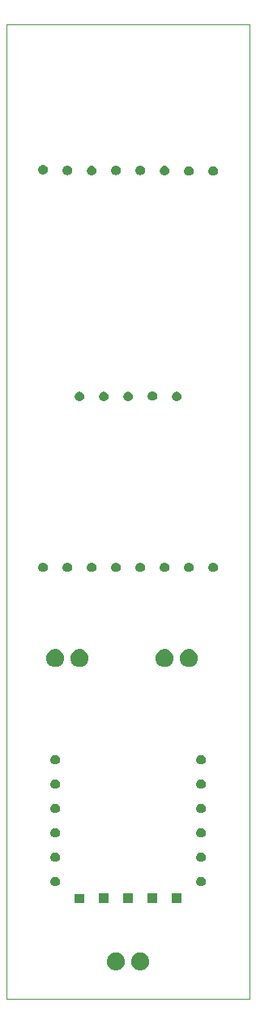
<source format=gts>
G75*
G71*
%OFA0B0*%
%FSLAX23Y23*%
%IPPOS*%
%LPD*%
%ADD10C,0.1*%
%LPD*%D10*
X0Y0D02*
X0Y100D01*
X0Y200D01*
X0Y300D01*
X0Y400D01*
X0Y500D01*
X0Y600D01*
X0Y700D01*
X0Y800D01*
X0Y900D01*
X0Y1000D01*
X0Y1100D01*
X0Y1200D01*
X0Y1300D01*
X0Y1400D01*
X0Y1500D01*
X0Y1600D01*
X0Y1700D01*
X0Y1800D01*
X0Y1900D01*
X0Y2000D01*
X0Y2100D01*
X0Y2200D01*
X0Y2300D01*
X0Y2400D01*
X0Y2500D01*
X0Y2600D01*
X0Y2700D01*
X0Y2800D01*
X0Y2900D01*
X0Y3000D01*
X0Y3100D01*
X0Y3200D01*
X0Y3300D01*
X0Y3400D01*
X0Y3500D01*
X0Y3600D01*
X0Y3700D01*
X0Y3800D01*
X0Y3900D01*
X0Y4000D01*
X0Y4100D01*
X0Y4200D01*
X0Y4300D01*
X0Y4400D01*
X0Y4500D01*
X0Y4600D01*
X0Y4700D01*
X0Y4800D01*
X0Y4900D01*
X0Y5000D01*
X0Y5100D01*
X0Y5200D01*
X0Y5300D01*
X0Y5400D01*
X0Y5500D01*
X0Y5600D01*
X0Y5700D01*
X0Y5800D01*
X0Y5900D01*
X0Y6000D01*
X0Y6100D01*
X0Y6200D01*
X0Y6300D01*
X0Y6400D01*
X0Y6500D01*
X0Y6600D01*
X0Y6700D01*
X0Y6800D01*
X0Y6900D01*
X0Y7000D01*
X0Y7100D01*
X0Y7200D01*
X0Y7300D01*
X0Y7400D01*
X0Y7500D01*
X0Y7600D01*
X0Y7700D01*
X0Y7800D01*
X0Y7900D01*
X0Y8000D01*
X0Y8100D01*
X0Y8200D01*
X0Y8300D01*
X0Y8400D01*
X0Y8500D01*
X0Y8600D01*
X0Y8700D01*
X0Y8800D01*
X0Y8900D01*
X0Y9000D01*
X0Y9100D01*
X0Y9200D01*
X0Y9300D01*
X0Y9400D01*
X0Y9500D01*
X0Y9600D01*
X0Y9700D01*
X0Y9800D01*
X0Y9900D01*
X0Y10000D01*
X0Y10100D01*
X0Y10200D01*
X0Y10300D01*
X0Y10400D01*
X0Y10500D01*
X0Y10600D01*
X0Y10700D01*
X0Y10800D01*
X0Y10900D01*
X0Y11000D01*
X0Y11100D01*
X0Y11200D01*
X0Y11300D01*
X0Y11400D01*
X0Y11500D01*
X0Y11600D01*
X0Y11700D01*
X0Y11800D01*
X0Y11900D01*
X0Y12000D01*
X0Y12100D01*
X0Y12200D01*
X0Y12300D01*
X0Y12400D01*
X0Y12500D01*
X0Y12600D01*
X0Y12700D01*
X0Y12800D01*
X0Y12900D01*
X0Y13000D01*
X0Y13100D01*
X0Y13200D01*
X0Y13300D01*
X0Y13400D01*
X0Y13500D01*
X0Y13600D01*
X0Y13700D01*
X0Y13800D01*
X0Y13900D01*
X0Y14000D01*
X0Y14100D01*
X0Y14200D01*
X0Y14300D01*
X0Y14400D01*
X0Y14500D01*
X0Y14600D01*
X0Y14700D01*
X0Y14800D01*
X0Y14900D01*
X0Y15000D01*
X0Y15100D01*
X0Y15200D01*
X0Y15300D01*
X0Y15400D01*
X0Y15500D01*
X0Y15600D01*
X0Y15700D01*
X0Y15800D01*
X0Y15900D01*
X0Y16000D01*
X0Y16100D01*
X0Y16200D01*
X0Y16300D01*
X0Y16400D01*
X0Y16500D01*
X0Y16600D01*
X0Y16700D01*
X0Y16800D01*
X0Y16900D01*
X0Y17000D01*
X0Y17100D01*
X0Y17200D01*
X0Y17300D01*
X0Y17400D01*
X0Y17500D01*
X0Y17600D01*
X0Y17700D01*
X0Y17800D01*
X0Y17900D01*
X0Y18000D01*
X0Y18100D01*
X0Y18200D01*
X0Y18300D01*
X0Y18400D01*
X0Y18500D01*
X0Y18600D01*
X0Y18700D01*
X0Y18800D01*
X0Y18900D01*
X0Y19000D01*
X0Y19100D01*
X0Y19200D01*
X0Y19300D01*
X0Y19400D01*
X0Y19500D01*
X0Y19600D01*
X0Y19700D01*
X0Y19800D01*
X0Y19900D01*
X0Y20000D01*
X0Y20100D01*
X0Y20200D01*
X0Y20300D01*
X0Y20400D01*
X0Y20500D01*
X0Y20600D01*
X0Y20700D01*
X0Y20800D01*
X0Y20900D01*
X0Y21000D01*
X0Y21100D01*
X0Y21200D01*
X0Y21300D01*
X0Y21400D01*
X0Y21500D01*
X0Y21600D01*
X0Y21700D01*
X0Y21800D01*
X0Y21900D01*
X0Y22000D01*
X0Y22100D01*
X0Y22200D01*
X0Y22300D01*
X0Y22400D01*
X0Y22500D01*
X0Y22600D01*
X0Y22700D01*
X0Y22800D01*
X0Y22900D01*
X0Y23000D01*
X0Y23100D01*
X0Y23200D01*
X0Y23300D01*
X0Y23400D01*
X0Y23500D01*
X0Y23600D01*
X0Y23700D01*
X0Y23800D01*
X0Y23900D01*
X0Y24000D01*
X0Y24100D01*
X0Y24200D01*
X0Y24300D01*
X0Y24400D01*
X0Y24500D01*
X0Y24600D01*
X0Y24700D01*
X0Y24800D01*
X0Y24900D01*
X0Y25000D01*
X0Y25100D01*
X0Y25200D01*
X0Y25300D01*
X0Y25400D01*
X0Y25500D01*
X0Y25600D01*
X0Y25700D01*
X0Y25800D01*
X0Y25900D01*
X0Y26000D01*
X0Y26100D01*
X0Y26200D01*
X0Y26300D01*
X0Y26400D01*
X0Y26500D01*
X0Y26600D01*
X0Y26700D01*
X0Y26800D01*
X0Y26900D01*
X0Y27000D01*
X0Y27100D01*
X0Y27200D01*
X0Y27300D01*
X0Y27400D01*
X0Y27500D01*
X0Y27600D01*
X0Y27700D01*
X0Y27800D01*
X0Y27900D01*
X0Y28000D01*
X0Y28100D01*
X0Y28200D01*
X0Y28300D01*
X0Y28400D01*
X0Y28500D01*
X0Y28600D01*
X0Y28700D01*
X0Y28800D01*
X0Y28900D01*
X0Y29000D01*
X0Y29100D01*
X0Y29200D01*
X0Y29300D01*
X0Y29400D01*
X0Y29500D01*
X0Y29600D01*
X0Y29700D01*
X0Y29800D01*
X0Y29900D01*
X0Y30000D01*
X0Y30100D01*
X0Y30200D01*
X0Y30300D01*
X0Y30400D01*
X0Y30500D01*
X0Y30600D01*
X0Y30700D01*
X0Y30800D01*
X0Y30900D01*
X0Y31000D01*
X0Y31100D01*
X0Y31200D01*
X0Y31300D01*
X0Y31400D01*
X0Y31500D01*
X0Y31600D01*
X0Y31700D01*
X0Y31800D01*
X0Y31900D01*
X0Y32000D01*
X0Y32100D01*
X0Y32200D01*
X0Y32300D01*
X0Y32400D01*
X0Y32500D01*
X0Y32600D01*
X0Y32700D01*
X0Y32800D01*
X0Y32900D01*
X0Y33000D01*
X0Y33100D01*
X0Y33200D01*
X0Y33300D01*
X0Y33400D01*
X0Y33500D01*
X0Y33600D01*
X0Y33700D01*
X0Y33800D01*
X0Y33900D01*
X0Y34000D01*
X0Y34100D01*
X0Y34200D01*
X0Y34300D01*
X0Y34400D01*
X0Y34500D01*
X0Y34600D01*
X0Y34700D01*
X0Y34800D01*
X0Y34900D01*
X0Y35000D01*
X0Y35100D01*
X0Y35200D01*
X0Y35300D01*
X0Y35400D01*
X0Y35500D01*
X0Y35600D01*
X0Y35700D01*
X0Y35800D01*
X0Y35900D01*
X0Y36000D01*
X0Y36100D01*
X0Y36200D01*
X0Y36300D01*
X0Y36400D01*
X0Y36500D01*
X0Y36600D01*
X0Y36700D01*
X0Y36800D01*
X0Y36900D01*
X0Y37000D01*
X0Y37100D01*
X0Y37200D01*
X0Y37300D01*
X0Y37400D01*
X0Y37500D01*
X0Y37600D01*
X0Y37700D01*
X0Y37800D01*
X0Y37900D01*
X0Y38000D01*
X0Y38100D01*
X0Y38200D01*
X0Y38300D01*
X0Y38400D01*
X0Y38500D01*
X0Y38600D01*
X0Y38700D01*
X0Y38800D01*
X0Y38900D01*
X0Y39000D01*
X0Y39100D01*
X0Y39200D01*
X0Y39300D01*
X0Y39400D01*
X0Y39500D01*
X0Y39600D01*
X0Y39700D01*
X0Y39800D01*
X0Y39900D01*
X0Y40000D01*
X0Y40100D01*
X0Y40200D01*
X0Y40300D01*
X0Y40400D01*
X0Y40500D01*
X0Y40600D01*
X0Y40700D01*
X0Y40800D01*
X0Y40900D01*
X0Y41000D01*
X0Y41100D01*
X0Y41200D01*
X0Y41300D01*
X0Y41400D01*
X0Y41500D01*
X0Y41600D01*
X0Y41700D01*
X0Y41800D01*
X0Y41900D01*
X0Y42000D01*
X0Y42100D01*
X0Y42200D01*
X0Y42300D01*
X0Y42400D01*
X0Y42500D01*
X0Y42600D01*
X0Y42700D01*
X0Y42800D01*
X0Y42900D01*
X0Y43000D01*
X0Y43100D01*
X0Y43200D01*
X0Y43300D01*
X0Y43400D01*
X0Y43500D01*
X0Y43600D01*
X0Y43700D01*
X0Y43800D01*
X0Y43900D01*
X0Y44000D01*
X0Y44100D01*
X0Y44200D01*
X0Y44300D01*
X0Y44400D01*
X0Y44500D01*
X0Y44600D01*
X0Y44700D01*
X0Y44800D01*
X0Y44900D01*
X0Y45000D01*
X0Y45100D01*
X0Y45200D01*
X0Y45300D01*
X0Y45400D01*
X0Y45500D01*
X0Y45600D01*
X0Y45700D01*
X0Y45800D01*
X0Y45900D01*
X0Y46000D01*
X0Y46100D01*
X0Y46200D01*
X0Y46300D01*
X0Y46400D01*
X0Y46500D01*
X0Y46600D01*
X0Y46700D01*
X0Y46800D01*
X0Y46900D01*
X0Y47000D01*
X0Y47100D01*
X0Y47200D01*
X0Y47300D01*
X0Y47400D01*
X0Y47500D01*
X0Y47600D01*
X0Y47700D01*
X0Y47800D01*
X0Y47900D01*
X0Y48000D01*
X0Y48100D01*
X0Y48200D01*
X0Y48300D01*
X0Y48400D01*
X0Y48500D01*
X0Y48600D01*
X0Y48700D01*
X0Y48800D01*
X0Y48900D01*
X0Y49000D01*
X0Y49100D01*
X0Y49200D01*
X0Y49300D01*
X0Y49400D01*
X0Y49500D01*
X0Y49600D01*
X0Y49700D01*
X0Y49800D01*
X0Y49900D01*
X0Y50000D01*
X0Y50100D01*
X0Y50200D01*
X0Y50300D01*
X0Y50400D01*
X0Y50500D01*
X0Y50600D01*
X0Y50700D01*
X0Y50800D01*
X0Y50900D01*
X0Y51000D01*
X0Y51100D01*
X0Y51200D01*
X0Y51300D01*
X0Y51400D01*
X0Y51500D01*
X0Y51600D01*
X0Y51700D01*
X0Y51800D01*
X0Y51900D01*
X0Y52000D01*
X0Y52100D01*
X0Y52200D01*
X0Y52300D01*
X0Y52400D01*
X0Y52500D01*
X0Y52600D01*
X0Y52700D01*
X0Y52800D01*
X0Y52900D01*
X0Y53000D01*
X0Y53100D01*
X0Y53200D01*
X0Y53300D01*
X0Y53400D01*
X0Y53500D01*
X0Y53600D01*
X0Y53700D01*
X0Y53800D01*
X0Y53900D01*
X0Y54000D01*
X0Y54100D01*
X0Y54200D01*
X0Y54300D01*
X0Y54400D01*
X0Y54500D01*
X0Y54600D01*
X0Y54700D01*
X0Y54800D01*
X0Y54900D01*
X0Y55000D01*
X0Y55100D01*
X0Y55200D01*
X0Y55300D01*
X0Y55400D01*
X0Y55500D01*
X0Y55600D01*
X0Y55700D01*
X0Y55800D01*
X0Y55900D01*
X0Y56000D01*
X0Y56100D01*
X0Y56200D01*
X0Y56300D01*
X0Y56400D01*
X0Y56500D01*
X0Y56600D01*
X0Y56700D01*
X0Y56800D01*
X0Y56900D01*
X0Y57000D01*
X0Y57100D01*
X0Y57200D01*
X0Y57300D01*
X0Y57400D01*
X0Y57500D01*
X0Y57600D01*
X0Y57700D01*
X0Y57800D01*
X0Y57900D01*
X0Y58000D01*
X0Y58100D01*
X0Y58200D01*
X0Y58300D01*
X0Y58400D01*
X0Y58500D01*
X0Y58600D01*
X0Y58700D01*
X0Y58800D01*
X0Y58900D01*
X0Y59000D01*
X0Y59100D01*
X0Y59200D01*
X0Y59300D01*
X0Y59400D01*
X0Y59500D01*
X0Y59600D01*
X0Y59700D01*
X0Y59800D01*
X0Y59900D01*
X0Y60000D01*
X0Y60100D01*
X0Y60200D01*
X0Y60300D01*
X0Y60400D01*
X0Y60500D01*
X0Y60600D01*
X0Y60700D01*
X0Y60800D01*
X0Y60900D01*
X0Y61000D01*
X0Y61100D01*
X0Y61200D01*
X0Y61300D01*
X0Y61400D01*
X0Y61500D01*
X0Y61600D01*
X0Y61700D01*
X0Y61800D01*
X0Y61900D01*
X0Y62000D01*
X0Y62100D01*
X0Y62200D01*
X0Y62300D01*
X0Y62400D01*
X0Y62500D01*
X0Y62600D01*
X0Y62700D01*
X0Y62800D01*
X0Y62900D01*
X0Y63000D01*
X0Y63100D01*
X0Y63200D01*
X0Y63300D01*
X0Y63400D01*
X0Y63500D01*
X0Y63600D01*
X0Y63700D01*
X0Y63800D01*
X0Y63900D01*
X0Y64000D01*
X0Y64100D01*
X0Y64200D01*
X0Y64300D01*
X0Y64400D01*
X0Y64500D01*
X0Y64600D01*
X0Y64700D01*
X0Y64800D01*
X0Y64900D01*
X0Y65000D01*
X0Y65100D01*
X0Y65200D01*
X0Y65300D01*
X0Y65400D01*
X0Y65500D01*
X0Y65600D01*
X0Y65700D01*
X0Y65800D01*
X0Y65900D01*
X0Y66000D01*
X0Y66100D01*
X0Y66200D01*
X0Y66300D01*
X0Y66400D01*
X0Y66500D01*
X0Y66600D01*
X0Y66700D01*
X0Y66800D01*
X0Y66900D01*
X0Y67000D01*
X0Y67100D01*
X0Y67200D01*
X0Y67300D01*
X0Y67400D01*
X0Y67500D01*
X0Y67600D01*
X0Y67700D01*
X0Y67800D01*
X0Y67900D01*
X0Y68000D01*
X0Y68100D01*
X0Y68200D01*
X0Y68300D01*
X0Y68400D01*
X0Y68500D01*
X0Y68600D01*
X0Y68700D01*
X0Y68800D01*
X0Y68900D01*
X0Y69000D01*
X0Y69100D01*
X0Y69200D01*
X0Y69300D01*
X0Y69400D01*
X0Y69500D01*
X0Y69600D01*
X0Y69700D01*
X0Y69800D01*
X0Y69900D01*
X0Y70000D01*
X0Y70100D01*
X0Y70200D01*
X0Y70300D01*
X0Y70400D01*
X0Y70500D01*
X0Y70600D01*
X0Y70700D01*
X0Y70800D01*
X0Y70900D01*
X0Y71000D01*
X0Y71100D01*
X0Y71200D01*
X0Y71300D01*
X0Y71400D01*
X0Y71500D01*
X0Y71600D01*
X0Y71700D01*
X0Y71800D01*
X0Y71900D01*
X0Y72000D01*
X0Y72100D01*
X0Y72200D01*
X0Y72300D01*
X0Y72400D01*
X0Y72500D01*
X0Y72600D01*
X0Y72700D01*
X0Y72800D01*
X0Y72900D01*
X0Y73000D01*
X0Y73100D01*
X0Y73200D01*
X0Y73300D01*
X0Y73400D01*
X0Y73500D01*
X0Y73600D01*
X0Y73700D01*
X0Y73800D01*
X0Y73900D01*
X0Y74000D01*
X0Y74100D01*
X0Y74200D01*
X0Y74300D01*
X0Y74400D01*
X0Y74500D01*
X0Y74600D01*
X0Y74700D01*
X0Y74800D01*
X0Y74900D01*
X0Y75000D01*
X0Y75100D01*
X0Y75200D01*
X0Y75300D01*
X0Y75400D01*
X0Y75500D01*
X0Y75600D01*
X0Y75700D01*
X0Y75800D01*
X0Y75900D01*
X0Y76000D01*
X0Y76100D01*
X0Y76200D01*
X0Y76300D01*
X0Y76400D01*
X0Y76500D01*
X0Y76600D01*
X0Y76700D01*
X0Y76800D01*
X0Y76900D01*
X0Y77000D01*
X0Y77100D01*
X0Y77200D01*
X0Y77300D01*
X0Y77400D01*
X0Y77500D01*
X0Y77600D01*
X0Y77700D01*
X0Y77800D01*
X0Y77900D01*
X0Y78000D01*
X0Y78100D01*
X0Y78200D01*
X0Y78300D01*
X0Y78400D01*
X0Y78500D01*
X0Y78600D01*
X0Y78700D01*
X0Y78800D01*
X0Y78900D01*
X0Y79000D01*
X0Y79100D01*
X0Y79200D01*
X0Y79300D01*
X0Y79400D01*
X0Y79500D01*
X0Y79600D01*
X0Y79700D01*
X0Y79800D01*
X0Y79900D01*
X0Y80000D01*
X0Y80100D01*
X0Y80200D01*
X0Y80300D01*
X0Y80400D01*
X0Y80500D01*
X0Y80600D01*
X0Y80700D01*
X0Y80800D01*
X0Y80900D01*
X0Y81000D01*
X0Y81100D01*
X0Y81200D01*
X0Y81300D01*
X0Y81400D01*
X0Y81500D01*
X0Y81600D01*
X0Y81700D01*
X0Y81800D01*
X0Y81900D01*
X0Y82000D01*
X0Y82100D01*
X0Y82200D01*
X0Y82300D01*
X0Y82400D01*
X0Y82500D01*
X0Y82600D01*
X0Y82700D01*
X0Y82800D01*
X0Y82900D01*
X0Y83000D01*
X0Y83100D01*
X0Y83200D01*
X0Y83300D01*
X0Y83400D01*
X0Y83500D01*
X0Y83600D01*
X0Y83700D01*
X0Y83800D01*
X0Y83900D01*
X0Y84000D01*
X0Y84100D01*
X0Y84200D01*
X0Y84300D01*
X0Y84400D01*
X0Y84500D01*
X0Y84600D01*
X0Y84700D01*
X0Y84800D01*
X0Y84900D01*
X0Y85000D01*
X0Y85100D01*
X0Y85200D01*
X0Y85300D01*
X0Y85400D01*
X0Y85500D01*
X0Y85600D01*
X0Y85700D01*
X0Y85800D01*
X0Y85900D01*
X0Y86000D01*
X0Y86100D01*
X0Y86200D01*
X0Y86300D01*
X0Y86400D01*
X0Y86500D01*
X0Y86600D01*
X0Y86700D01*
X0Y86800D01*
X0Y86900D01*
X0Y87000D01*
X0Y87100D01*
X0Y87200D01*
X0Y87300D01*
X0Y87400D01*
X0Y87500D01*
X0Y87600D01*
X0Y87700D01*
X0Y87800D01*
X0Y87900D01*
X0Y88000D01*
X0Y88100D01*
X0Y88200D01*
X0Y88300D01*
X0Y88400D01*
X0Y88500D01*
X0Y88600D01*
X0Y88700D01*
X0Y88800D01*
X0Y88900D01*
X0Y89000D01*
X0Y89100D01*
X0Y89200D01*
X0Y89300D01*
X0Y89400D01*
X0Y89500D01*
X0Y89600D01*
X0Y89700D01*
X0Y89800D01*
X0Y89900D01*
X0Y90000D01*
X0Y90100D01*
X0Y90200D01*
X0Y90300D01*
X0Y90400D01*
X0Y90500D01*
X0Y90600D01*
X0Y90700D01*
X0Y90800D01*
X0Y90900D01*
X0Y91000D01*
X0Y91100D01*
X0Y91200D01*
X0Y91300D01*
X0Y91400D01*
X0Y91500D01*
X0Y91600D01*
X0Y91700D01*
X0Y91800D01*
X0Y91900D01*
X0Y92000D01*
X0Y92100D01*
X0Y92200D01*
X0Y92300D01*
X0Y92400D01*
X0Y92500D01*
X0Y92600D01*
X0Y92700D01*
X0Y92800D01*
X0Y92900D01*
X0Y93000D01*
X0Y93100D01*
X0Y93200D01*
X0Y93300D01*
X0Y93400D01*
X0Y93500D01*
X0Y93600D01*
X0Y93700D01*
X0Y93800D01*
X0Y93900D01*
X0Y94000D01*
X0Y94100D01*
X0Y94200D01*
X0Y94300D01*
X0Y94400D01*
X0Y94500D01*
X0Y94600D01*
X0Y94700D01*
X0Y94800D01*
X0Y94900D01*
X0Y95000D01*
X0Y95100D01*
X0Y95200D01*
X0Y95300D01*
X0Y95400D01*
X0Y95500D01*
X0Y95600D01*
X0Y95700D01*
X0Y95800D01*
X0Y95900D01*
X0Y96000D01*
X0Y96100D01*
X0Y96200D01*
X0Y96300D01*
X0Y96400D01*
X0Y96500D01*
X0Y96600D01*
X0Y96700D01*
X0Y96800D01*
X0Y96900D01*
X0Y97000D01*
X0Y97100D01*
X0Y97200D01*
X0Y97300D01*
X0Y97400D01*
X0Y97500D01*
X0Y97600D01*
X0Y97700D01*
X0Y97800D01*
X0Y97900D01*
X0Y98000D01*
X0Y98100D01*
X0Y98200D01*
X0Y98300D01*
X0Y98400D01*
X0Y98500D01*
X0Y98600D01*
X0Y98700D01*
X0Y98800D01*
X0Y98900D01*
X0Y99000D01*
X0Y99100D01*
X0Y99200D01*
X0Y99300D01*
X0Y99400D01*
X0Y99500D01*
X0Y99600D01*
X0Y99700D01*
X0Y99800D01*
X0Y99900D01*
X0Y100000D01*
X0Y100100D01*
X0Y100200D01*
X0Y100300D01*
X0Y100400D01*
X0Y100500D01*
X0Y100600D01*
X0Y100700D01*
X0Y100800D01*
X0Y100900D01*
X0Y101000D01*
X0Y101100D01*
X0Y101200D01*
X0Y101300D01*
X0Y101400D01*
X0Y101500D01*
X0Y101600D01*
X100Y101600D01*
X200Y101600D01*
X300Y101600D01*
X400Y101600D01*
X500Y101600D01*
X600Y101600D01*
X700Y101600D01*
X800Y101600D01*
X900Y101600D01*
X1000Y101600D01*
X1100Y101600D01*
X1200Y101600D01*
X1300Y101600D01*
X1400Y101600D01*
X1500Y101600D01*
X1600Y101600D01*
X1700Y101600D01*
X1800Y101600D01*
X1900Y101600D01*
X2000Y101600D01*
X2100Y101600D01*
X2200Y101600D01*
X2300Y101600D01*
X2400Y101600D01*
X2500Y101600D01*
X2600Y101600D01*
X2700Y101600D01*
X2800Y101600D01*
X2900Y101600D01*
X3000Y101600D01*
X3100Y101600D01*
X3200Y101600D01*
X3300Y101600D01*
X3400Y101600D01*
X3500Y101600D01*
X3600Y101600D01*
X3700Y101600D01*
X3800Y101600D01*
X3900Y101600D01*
X4000Y101600D01*
X4100Y101600D01*
X4200Y101600D01*
X4300Y101600D01*
X4400Y101600D01*
X4500Y101600D01*
X4600Y101600D01*
X4700Y101600D01*
X4800Y101600D01*
X4900Y101600D01*
X5000Y101600D01*
X5100Y101600D01*
X5200Y101600D01*
X5300Y101600D01*
X5400Y101600D01*
X5500Y101600D01*
X5600Y101600D01*
X5700Y101600D01*
X5800Y101600D01*
X5900Y101600D01*
X6000Y101600D01*
X6100Y101600D01*
X6200Y101600D01*
X6300Y101600D01*
X6400Y101600D01*
X6500Y101600D01*
X6600Y101600D01*
X6700Y101600D01*
X6800Y101600D01*
X6900Y101600D01*
X7000Y101600D01*
X7100Y101600D01*
X7200Y101600D01*
X7300Y101600D01*
X7400Y101600D01*
X7500Y101600D01*
X7600Y101600D01*
X7700Y101600D01*
X7800Y101600D01*
X7900Y101600D01*
X8000Y101600D01*
X8100Y101600D01*
X8200Y101600D01*
X8300Y101600D01*
X8400Y101600D01*
X8500Y101600D01*
X8600Y101600D01*
X8700Y101600D01*
X8800Y101600D01*
X8900Y101600D01*
X9000Y101600D01*
X9100Y101600D01*
X9200Y101600D01*
X9300Y101600D01*
X9400Y101600D01*
X9500Y101600D01*
X9600Y101600D01*
X9700Y101600D01*
X9800Y101600D01*
X9900Y101600D01*
X10000Y101600D01*
X10100Y101600D01*
X10200Y101600D01*
X10300Y101600D01*
X10400Y101600D01*
X10500Y101600D01*
X10600Y101600D01*
X10700Y101600D01*
X10800Y101600D01*
X10900Y101600D01*
X11000Y101600D01*
X11100Y101600D01*
X11200Y101600D01*
X11300Y101600D01*
X11400Y101600D01*
X11500Y101600D01*
X11600Y101600D01*
X11700Y101600D01*
X11800Y101600D01*
X11900Y101600D01*
X12000Y101600D01*
X12100Y101600D01*
X12200Y101600D01*
X12300Y101600D01*
X12400Y101600D01*
X12500Y101600D01*
X12600Y101600D01*
X12700Y101600D01*
X12800Y101600D01*
X12900Y101600D01*
X13000Y101600D01*
X13100Y101600D01*
X13200Y101600D01*
X13300Y101600D01*
X13400Y101600D01*
X13500Y101600D01*
X13600Y101600D01*
X13700Y101600D01*
X13800Y101600D01*
X13900Y101600D01*
X14000Y101600D01*
X14100Y101600D01*
X14200Y101600D01*
X14300Y101600D01*
X14400Y101600D01*
X14500Y101600D01*
X14600Y101600D01*
X14700Y101600D01*
X14800Y101600D01*
X14900Y101600D01*
X15000Y101600D01*
X15100Y101600D01*
X15200Y101600D01*
X15300Y101600D01*
X15400Y101600D01*
X15500Y101600D01*
X15600Y101600D01*
X15700Y101600D01*
X15800Y101600D01*
X15900Y101600D01*
X16000Y101600D01*
X16100Y101600D01*
X16200Y101600D01*
X16300Y101600D01*
X16400Y101600D01*
X16500Y101600D01*
X16600Y101600D01*
X16700Y101600D01*
X16800Y101600D01*
X16900Y101600D01*
X17000Y101600D01*
X17100Y101600D01*
X17200Y101600D01*
X17300Y101600D01*
X17400Y101600D01*
X17500Y101600D01*
X17600Y101600D01*
X17700Y101600D01*
X17800Y101600D01*
X17900Y101600D01*
X18000Y101600D01*
X18100Y101600D01*
X18200Y101600D01*
X18300Y101600D01*
X18400Y101600D01*
X18500Y101600D01*
X18600Y101600D01*
X18700Y101600D01*
X18800Y101600D01*
X18900Y101600D01*
X19000Y101600D01*
X19100Y101600D01*
X19200Y101600D01*
X19300Y101600D01*
X19400Y101600D01*
X19500Y101600D01*
X19600Y101600D01*
X19700Y101600D01*
X19800Y101600D01*
X19900Y101600D01*
X20000Y101600D01*
X20100Y101600D01*
X20200Y101600D01*
X20300Y101600D01*
X20400Y101600D01*
X20500Y101600D01*
X20600Y101600D01*
X20700Y101600D01*
X20800Y101600D01*
X20900Y101600D01*
X21000Y101600D01*
X21100Y101600D01*
X21200Y101600D01*
X21300Y101600D01*
X21400Y101600D01*
X21500Y101600D01*
X21600Y101600D01*
X21700Y101600D01*
X21800Y101600D01*
X21900Y101600D01*
X22000Y101600D01*
X22100Y101600D01*
X22200Y101600D01*
X22300Y101600D01*
X22400Y101600D01*
X22500Y101600D01*
X22600Y101600D01*
X22700Y101600D01*
X22800Y101600D01*
X22900Y101600D01*
X23000Y101600D01*
X23100Y101600D01*
X23200Y101600D01*
X23300Y101600D01*
X23400Y101600D01*
X23500Y101600D01*
X23600Y101600D01*
X23700Y101600D01*
X23800Y101600D01*
X23900Y101600D01*
X24000Y101600D01*
X24100Y101600D01*
X24200Y101600D01*
X24300Y101600D01*
X24400Y101600D01*
X24500Y101600D01*
X24600Y101600D01*
X24700Y101600D01*
X24800Y101600D01*
X24900Y101600D01*
X25000Y101600D01*
X25100Y101600D01*
X25200Y101600D01*
X25300Y101600D01*
X25400Y101600D01*
X25400Y101500D01*
X25400Y101400D01*
X25400Y101300D01*
X25400Y101200D01*
X25400Y101100D01*
X25400Y101000D01*
X25400Y100900D01*
X25400Y100800D01*
X25400Y100700D01*
X25400Y100600D01*
X25400Y100500D01*
X25400Y100400D01*
X25400Y100300D01*
X25400Y100200D01*
X25400Y100100D01*
X25400Y100000D01*
X25400Y99900D01*
X25400Y99800D01*
X25400Y99700D01*
X25400Y99600D01*
X25400Y99500D01*
X25400Y99400D01*
X25400Y99300D01*
X25400Y99200D01*
X25400Y99100D01*
X25400Y99000D01*
X25400Y98900D01*
X25400Y98800D01*
X25400Y98700D01*
X25400Y98600D01*
X25400Y98500D01*
X25400Y98400D01*
X25400Y98300D01*
X25400Y98200D01*
X25400Y98100D01*
X25400Y98000D01*
X25400Y97900D01*
X25400Y97800D01*
X25400Y97700D01*
X25400Y97600D01*
X25400Y97500D01*
X25400Y97400D01*
X25400Y97300D01*
X25400Y97200D01*
X25400Y97100D01*
X25400Y97000D01*
X25400Y96900D01*
X25400Y96800D01*
X25400Y96700D01*
X25400Y96600D01*
X25400Y96500D01*
X25400Y96400D01*
X25400Y96300D01*
X25400Y96200D01*
X25400Y96100D01*
X25400Y96000D01*
X25400Y95900D01*
X25400Y95800D01*
X25400Y95700D01*
X25400Y95600D01*
X25400Y95500D01*
X25400Y95400D01*
X25400Y95300D01*
X25400Y95200D01*
X25400Y95100D01*
X25400Y95000D01*
X25400Y94900D01*
X25400Y94800D01*
X25400Y94700D01*
X25400Y94600D01*
X25400Y94500D01*
X25400Y94400D01*
X25400Y94300D01*
X25400Y94200D01*
X25400Y94100D01*
X25400Y94000D01*
X25400Y93900D01*
X25400Y93800D01*
X25400Y93700D01*
X25400Y93600D01*
X25400Y93500D01*
X25400Y93400D01*
X25400Y93300D01*
X25400Y93200D01*
X25400Y93100D01*
X25400Y93000D01*
X25400Y92900D01*
X25400Y92800D01*
X25400Y92700D01*
X25400Y92600D01*
X25400Y92500D01*
X25400Y92400D01*
X25400Y92300D01*
X25400Y92200D01*
X25400Y92100D01*
X25400Y92000D01*
X25400Y91900D01*
X25400Y91800D01*
X25400Y91700D01*
X25400Y91600D01*
X25400Y91500D01*
X25400Y91400D01*
X25400Y91300D01*
X25400Y91200D01*
X25400Y91100D01*
X25400Y91000D01*
X25400Y90900D01*
X25400Y90800D01*
X25400Y90700D01*
X25400Y90600D01*
X25400Y90500D01*
X25400Y90400D01*
X25400Y90300D01*
X25400Y90200D01*
X25400Y90100D01*
X25400Y90000D01*
X25400Y89900D01*
X25400Y89800D01*
X25400Y89700D01*
X25400Y89600D01*
X25400Y89500D01*
X25400Y89400D01*
X25400Y89300D01*
X25400Y89200D01*
X25400Y89100D01*
X25400Y89000D01*
X25400Y88900D01*
X25400Y88800D01*
X25400Y88700D01*
X25400Y88600D01*
X25400Y88500D01*
X25400Y88400D01*
X25400Y88300D01*
X25400Y88200D01*
X25400Y88100D01*
X25400Y88000D01*
X25400Y87900D01*
X25400Y87800D01*
X25400Y87700D01*
X25400Y87600D01*
X25400Y87500D01*
X25400Y87400D01*
X25400Y87300D01*
X25400Y87200D01*
X25400Y87100D01*
X25400Y87000D01*
X25400Y86900D01*
X25400Y86800D01*
X25400Y86700D01*
X25400Y86600D01*
X25400Y86500D01*
X25400Y86400D01*
X25400Y86300D01*
X25400Y86200D01*
X25400Y86100D01*
X25400Y86000D01*
X25400Y85900D01*
X25400Y85800D01*
X25400Y85700D01*
X25400Y85600D01*
X25400Y85500D01*
X25400Y85400D01*
X25400Y85300D01*
X25400Y85200D01*
X25400Y85100D01*
X25400Y85000D01*
X25400Y84900D01*
X25400Y84800D01*
X25400Y84700D01*
X25400Y84600D01*
X25400Y84500D01*
X25400Y84400D01*
X25400Y84300D01*
X25400Y84200D01*
X25400Y84100D01*
X25400Y84000D01*
X25400Y83900D01*
X25400Y83800D01*
X25400Y83700D01*
X25400Y83600D01*
X25400Y83500D01*
X25400Y83400D01*
X25400Y83300D01*
X25400Y83200D01*
X25400Y83100D01*
X25400Y83000D01*
X25400Y82900D01*
X25400Y82800D01*
X25400Y82700D01*
X25400Y82600D01*
X25400Y82500D01*
X25400Y82400D01*
X25400Y82300D01*
X25400Y82200D01*
X25400Y82100D01*
X25400Y82000D01*
X25400Y81900D01*
X25400Y81800D01*
X25400Y81700D01*
X25400Y81600D01*
X25400Y81500D01*
X25400Y81400D01*
X25400Y81300D01*
X25400Y81200D01*
X25400Y81100D01*
X25400Y81000D01*
X25400Y80900D01*
X25400Y80800D01*
X25400Y80700D01*
X25400Y80600D01*
X25400Y80500D01*
X25400Y80400D01*
X25400Y80300D01*
X25400Y80200D01*
X25400Y80100D01*
X25400Y80000D01*
X25400Y79900D01*
X25400Y79800D01*
X25400Y79700D01*
X25400Y79600D01*
X25400Y79500D01*
X25400Y79400D01*
X25400Y79300D01*
X25400Y79200D01*
X25400Y79100D01*
X25400Y79000D01*
X25400Y78900D01*
X25400Y78800D01*
X25400Y78700D01*
X25400Y78600D01*
X25400Y78500D01*
X25400Y78400D01*
X25400Y78300D01*
X25400Y78200D01*
X25400Y78100D01*
X25400Y78000D01*
X25400Y77900D01*
X25400Y77800D01*
X25400Y77700D01*
X25400Y77600D01*
X25400Y77500D01*
X25400Y77400D01*
X25400Y77300D01*
X25400Y77200D01*
X25400Y77100D01*
X25400Y77000D01*
X25400Y76900D01*
X25400Y76800D01*
X25400Y76700D01*
X25400Y76600D01*
X25400Y76500D01*
X25400Y76400D01*
X25400Y76300D01*
X25400Y76200D01*
X25400Y76100D01*
X25400Y76000D01*
X25400Y75900D01*
X25400Y75800D01*
X25400Y75700D01*
X25400Y75600D01*
X25400Y75500D01*
X25400Y75400D01*
X25400Y75300D01*
X25400Y75200D01*
X25400Y75100D01*
X25400Y75000D01*
X25400Y74900D01*
X25400Y74800D01*
X25400Y74700D01*
X25400Y74600D01*
X25400Y74500D01*
X25400Y74400D01*
X25400Y74300D01*
X25400Y74200D01*
X25400Y74100D01*
X25400Y74000D01*
X25400Y73900D01*
X25400Y73800D01*
X25400Y73700D01*
X25400Y73600D01*
X25400Y73500D01*
X25400Y73400D01*
X25400Y73300D01*
X25400Y73200D01*
X25400Y73100D01*
X25400Y73000D01*
X25400Y72900D01*
X25400Y72800D01*
X25400Y72700D01*
X25400Y72600D01*
X25400Y72500D01*
X25400Y72400D01*
X25400Y72300D01*
X25400Y72200D01*
X25400Y72100D01*
X25400Y72000D01*
X25400Y71900D01*
X25400Y71800D01*
X25400Y71700D01*
X25400Y71600D01*
X25400Y71500D01*
X25400Y71400D01*
X25400Y71300D01*
X25400Y71200D01*
X25400Y71100D01*
X25400Y71000D01*
X25400Y70900D01*
X25400Y70800D01*
X25400Y70700D01*
X25400Y70600D01*
X25400Y70500D01*
X25400Y70400D01*
X25400Y70300D01*
X25400Y70200D01*
X25400Y70100D01*
X25400Y70000D01*
X25400Y69900D01*
X25400Y69800D01*
X25400Y69700D01*
X25400Y69600D01*
X25400Y69500D01*
X25400Y69400D01*
X25400Y69300D01*
X25400Y69200D01*
X25400Y69100D01*
X25400Y69000D01*
X25400Y68900D01*
X25400Y68800D01*
X25400Y68700D01*
X25400Y68600D01*
X25400Y68500D01*
X25400Y68400D01*
X25400Y68300D01*
X25400Y68200D01*
X25400Y68100D01*
X25400Y68000D01*
X25400Y67900D01*
X25400Y67800D01*
X25400Y67700D01*
X25400Y67600D01*
X25400Y67500D01*
X25400Y67400D01*
X25400Y67300D01*
X25400Y67200D01*
X25400Y67100D01*
X25400Y67000D01*
X25400Y66900D01*
X25400Y66800D01*
X25400Y66700D01*
X25400Y66600D01*
X25400Y66500D01*
X25400Y66400D01*
X25400Y66300D01*
X25400Y66200D01*
X25400Y66100D01*
X25400Y66000D01*
X25400Y65900D01*
X25400Y65800D01*
X25400Y65700D01*
X25400Y65600D01*
X25400Y65500D01*
X25400Y65400D01*
X25400Y65300D01*
X25400Y65200D01*
X25400Y65100D01*
X25400Y65000D01*
X25400Y64900D01*
X25400Y64800D01*
X25400Y64700D01*
X25400Y64600D01*
X25400Y64500D01*
X25400Y64400D01*
X25400Y64300D01*
X25400Y64200D01*
X25400Y64100D01*
X25400Y64000D01*
X25400Y63900D01*
X25400Y63800D01*
X25400Y63700D01*
X25400Y63600D01*
X25400Y63500D01*
X25400Y63400D01*
X25400Y63300D01*
X25400Y63200D01*
X25400Y63100D01*
X25400Y63000D01*
X25400Y62900D01*
X25400Y62800D01*
X25400Y62700D01*
X25400Y62600D01*
X25400Y62500D01*
X25400Y62400D01*
X25400Y62300D01*
X25400Y62200D01*
X25400Y62100D01*
X25400Y62000D01*
X25400Y61900D01*
X25400Y61800D01*
X25400Y61700D01*
X25400Y61600D01*
X25400Y61500D01*
X25400Y61400D01*
X25400Y61300D01*
X25400Y61200D01*
X25400Y61100D01*
X25400Y61000D01*
X25400Y60900D01*
X25400Y60800D01*
X25400Y60700D01*
X25400Y60600D01*
X25400Y60500D01*
X25400Y60400D01*
X25400Y60300D01*
X25400Y60200D01*
X25400Y60100D01*
X25400Y60000D01*
X25400Y59900D01*
X25400Y59800D01*
X25400Y59700D01*
X25400Y59600D01*
X25400Y59500D01*
X25400Y59400D01*
X25400Y59300D01*
X25400Y59200D01*
X25400Y59100D01*
X25400Y59000D01*
X25400Y58900D01*
X25400Y58800D01*
X25400Y58700D01*
X25400Y58600D01*
X25400Y58500D01*
X25400Y58400D01*
X25400Y58300D01*
X25400Y58200D01*
X25400Y58100D01*
X25400Y58000D01*
X25400Y57900D01*
X25400Y57800D01*
X25400Y57700D01*
X25400Y57600D01*
X25400Y57500D01*
X25400Y57400D01*
X25400Y57300D01*
X25400Y57200D01*
X25400Y57100D01*
X25400Y57000D01*
X25400Y56900D01*
X25400Y56800D01*
X25400Y56700D01*
X25400Y56600D01*
X25400Y56500D01*
X25400Y56400D01*
X25400Y56300D01*
X25400Y56200D01*
X25400Y56100D01*
X25400Y56000D01*
X25400Y55900D01*
X25400Y55800D01*
X25400Y55700D01*
X25400Y55600D01*
X25400Y55500D01*
X25400Y55400D01*
X25400Y55300D01*
X25400Y55200D01*
X25400Y55100D01*
X25400Y55000D01*
X25400Y54900D01*
X25400Y54800D01*
X25400Y54700D01*
X25400Y54600D01*
X25400Y54500D01*
X25400Y54400D01*
X25400Y54300D01*
X25400Y54200D01*
X25400Y54100D01*
X25400Y54000D01*
X25400Y53900D01*
X25400Y53800D01*
X25400Y53700D01*
X25400Y53600D01*
X25400Y53500D01*
X25400Y53400D01*
X25400Y53300D01*
X25400Y53200D01*
X25400Y53100D01*
X25400Y53000D01*
X25400Y52900D01*
X25400Y52800D01*
X25400Y52700D01*
X25400Y52600D01*
X25400Y52500D01*
X25400Y52400D01*
X25400Y52300D01*
X25400Y52200D01*
X25400Y52100D01*
X25400Y52000D01*
X25400Y51900D01*
X25400Y51800D01*
X25400Y51700D01*
X25400Y51600D01*
X25400Y51500D01*
X25400Y51400D01*
X25400Y51300D01*
X25400Y51200D01*
X25400Y51100D01*
X25400Y51000D01*
X25400Y50900D01*
X25400Y50800D01*
X25400Y50700D01*
X25400Y50600D01*
X25400Y50500D01*
X25400Y50400D01*
X25400Y50300D01*
X25400Y50200D01*
X25400Y50100D01*
X25400Y50000D01*
X25400Y49900D01*
X25400Y49800D01*
X25400Y49700D01*
X25400Y49600D01*
X25400Y49500D01*
X25400Y49400D01*
X25400Y49300D01*
X25400Y49200D01*
X25400Y49100D01*
X25400Y49000D01*
X25400Y48900D01*
X25400Y48800D01*
X25400Y48700D01*
X25400Y48600D01*
X25400Y48500D01*
X25400Y48400D01*
X25400Y48300D01*
X25400Y48200D01*
X25400Y48100D01*
X25400Y48000D01*
X25400Y47900D01*
X25400Y47800D01*
X25400Y47700D01*
X25400Y47600D01*
X25400Y47500D01*
X25400Y47400D01*
X25400Y47300D01*
X25400Y47200D01*
X25400Y47100D01*
X25400Y47000D01*
X25400Y46900D01*
X25400Y46800D01*
X25400Y46700D01*
X25400Y46600D01*
X25400Y46500D01*
X25400Y46400D01*
X25400Y46300D01*
X25400Y46200D01*
X25400Y46100D01*
X25400Y46000D01*
X25400Y45900D01*
X25400Y45800D01*
X25400Y45700D01*
X25400Y45600D01*
X25400Y45500D01*
X25400Y45400D01*
X25400Y45300D01*
X25400Y45200D01*
X25400Y45100D01*
X25400Y45000D01*
X25400Y44900D01*
X25400Y44800D01*
X25400Y44700D01*
X25400Y44600D01*
X25400Y44500D01*
X25400Y44400D01*
X25400Y44300D01*
X25400Y44200D01*
X25400Y44100D01*
X25400Y44000D01*
X25400Y43900D01*
X25400Y43800D01*
X25400Y43700D01*
X25400Y43600D01*
X25400Y43500D01*
X25400Y43400D01*
X25400Y43300D01*
X25400Y43200D01*
X25400Y43100D01*
X25400Y43000D01*
X25400Y42900D01*
X25400Y42800D01*
X25400Y42700D01*
X25400Y42600D01*
X25400Y42500D01*
X25400Y42400D01*
X25400Y42300D01*
X25400Y42200D01*
X25400Y42100D01*
X25400Y42000D01*
X25400Y41900D01*
X25400Y41800D01*
X25400Y41700D01*
X25400Y41600D01*
X25400Y41500D01*
X25400Y41400D01*
X25400Y41300D01*
X25400Y41200D01*
X25400Y41100D01*
X25400Y41000D01*
X25400Y40900D01*
X25400Y40800D01*
X25400Y40700D01*
X25400Y40600D01*
X25400Y40500D01*
X25400Y40400D01*
X25400Y40300D01*
X25400Y40200D01*
X25400Y40100D01*
X25400Y40000D01*
X25400Y39900D01*
X25400Y39800D01*
X25400Y39700D01*
X25400Y39600D01*
X25400Y39500D01*
X25400Y39400D01*
X25400Y39300D01*
X25400Y39200D01*
X25400Y39100D01*
X25400Y39000D01*
X25400Y38900D01*
X25400Y38800D01*
X25400Y38700D01*
X25400Y38600D01*
X25400Y38500D01*
X25400Y38400D01*
X25400Y38300D01*
X25400Y38200D01*
X25400Y38100D01*
X25400Y38000D01*
X25400Y37900D01*
X25400Y37800D01*
X25400Y37700D01*
X25400Y37600D01*
X25400Y37500D01*
X25400Y37400D01*
X25400Y37300D01*
X25400Y37200D01*
X25400Y37100D01*
X25400Y37000D01*
X25400Y36900D01*
X25400Y36800D01*
X25400Y36700D01*
X25400Y36600D01*
X25400Y36500D01*
X25400Y36400D01*
X25400Y36300D01*
X25400Y36200D01*
X25400Y36100D01*
X25400Y36000D01*
X25400Y35900D01*
X25400Y35800D01*
X25400Y35700D01*
X25400Y35600D01*
X25400Y35500D01*
X25400Y35400D01*
X25400Y35300D01*
X25400Y35200D01*
X25400Y35100D01*
X25400Y35000D01*
X25400Y34900D01*
X25400Y34800D01*
X25400Y34700D01*
X25400Y34600D01*
X25400Y34500D01*
X25400Y34400D01*
X25400Y34300D01*
X25400Y34200D01*
X25400Y34100D01*
X25400Y34000D01*
X25400Y33900D01*
X25400Y33800D01*
X25400Y33700D01*
X25400Y33600D01*
X25400Y33500D01*
X25400Y33400D01*
X25400Y33300D01*
X25400Y33200D01*
X25400Y33100D01*
X25400Y33000D01*
X25400Y32900D01*
X25400Y32800D01*
X25400Y32700D01*
X25400Y32600D01*
X25400Y32500D01*
X25400Y32400D01*
X25400Y32300D01*
X25400Y32200D01*
X25400Y32100D01*
X25400Y32000D01*
X25400Y31900D01*
X25400Y31800D01*
X25400Y31700D01*
X25400Y31600D01*
X25400Y31500D01*
X25400Y31400D01*
X25400Y31300D01*
X25400Y31200D01*
X25400Y31100D01*
X25400Y31000D01*
X25400Y30900D01*
X25400Y30800D01*
X25400Y30700D01*
X25400Y30600D01*
X25400Y30500D01*
X25400Y30400D01*
X25400Y30300D01*
X25400Y30200D01*
X25400Y30100D01*
X25400Y30000D01*
X25400Y29900D01*
X25400Y29800D01*
X25400Y29700D01*
X25400Y29600D01*
X25400Y29500D01*
X25400Y29400D01*
X25400Y29300D01*
X25400Y29200D01*
X25400Y29100D01*
X25400Y29000D01*
X25400Y28900D01*
X25400Y28800D01*
X25400Y28700D01*
X25400Y28600D01*
X25400Y28500D01*
X25400Y28400D01*
X25400Y28300D01*
X25400Y28200D01*
X25400Y28100D01*
X25400Y28000D01*
X25400Y27900D01*
X25400Y27800D01*
X25400Y27700D01*
X25400Y27600D01*
X25400Y27500D01*
X25400Y27400D01*
X25400Y27300D01*
X25400Y27200D01*
X25400Y27100D01*
X25400Y27000D01*
X25400Y26900D01*
X25400Y26800D01*
X25400Y26700D01*
X25400Y26600D01*
X25400Y26500D01*
X25400Y26400D01*
X25400Y26300D01*
X25400Y26200D01*
X25400Y26100D01*
X25400Y26000D01*
X25400Y25900D01*
X25400Y25800D01*
X25400Y25700D01*
X25400Y25600D01*
X25400Y25500D01*
X25400Y25400D01*
X25400Y25300D01*
X25400Y25200D01*
X25400Y25100D01*
X25400Y25000D01*
X25400Y24900D01*
X25400Y24800D01*
X25400Y24700D01*
X25400Y24600D01*
X25400Y24500D01*
X25400Y24400D01*
X25400Y24300D01*
X25400Y24200D01*
X25400Y24100D01*
X25400Y24000D01*
X25400Y23900D01*
X25400Y23800D01*
X25400Y23700D01*
X25400Y23600D01*
X25400Y23500D01*
X25400Y23400D01*
X25400Y23300D01*
X25400Y23200D01*
X25400Y23100D01*
X25400Y23000D01*
X25400Y22900D01*
X25400Y22800D01*
X25400Y22700D01*
X25400Y22600D01*
X25400Y22500D01*
X25400Y22400D01*
X25400Y22300D01*
X25400Y22200D01*
X25400Y22100D01*
X25400Y22000D01*
X25400Y21900D01*
X25400Y21800D01*
X25400Y21700D01*
X25400Y21600D01*
X25400Y21500D01*
X25400Y21400D01*
X25400Y21300D01*
X25400Y21200D01*
X25400Y21100D01*
X25400Y21000D01*
X25400Y20900D01*
X25400Y20800D01*
X25400Y20700D01*
X25400Y20600D01*
X25400Y20500D01*
X25400Y20400D01*
X25400Y20300D01*
X25400Y20200D01*
X25400Y20100D01*
X25400Y20000D01*
X25400Y19900D01*
X25400Y19800D01*
X25400Y19700D01*
X25400Y19600D01*
X25400Y19500D01*
X25400Y19400D01*
X25400Y19300D01*
X25400Y19200D01*
X25400Y19100D01*
X25400Y19000D01*
X25400Y18900D01*
X25400Y18800D01*
X25400Y18700D01*
X25400Y18600D01*
X25400Y18500D01*
X25400Y18400D01*
X25400Y18300D01*
X25400Y18200D01*
X25400Y18100D01*
X25400Y18000D01*
X25400Y17900D01*
X25400Y17800D01*
X25400Y17700D01*
X25400Y17600D01*
X25400Y17500D01*
X25400Y17400D01*
X25400Y17300D01*
X25400Y17200D01*
X25400Y17100D01*
X25400Y17000D01*
X25400Y16900D01*
X25400Y16800D01*
X25400Y16700D01*
X25400Y16600D01*
X25400Y16500D01*
X25400Y16400D01*
X25400Y16300D01*
X25400Y16200D01*
X25400Y16100D01*
X25400Y16000D01*
X25400Y15900D01*
X25400Y15800D01*
X25400Y15700D01*
X25400Y15600D01*
X25400Y15500D01*
X25400Y15400D01*
X25400Y15300D01*
X25400Y15200D01*
X25400Y15100D01*
X25400Y15000D01*
X25400Y14900D01*
X25400Y14800D01*
X25400Y14700D01*
X25400Y14600D01*
X25400Y14500D01*
X25400Y14400D01*
X25400Y14300D01*
X25400Y14200D01*
X25400Y14100D01*
X25400Y14000D01*
X25400Y13900D01*
X25400Y13800D01*
X25400Y13700D01*
X25400Y13600D01*
X25400Y13500D01*
X25400Y13400D01*
X25400Y13300D01*
X25400Y13200D01*
X25400Y13100D01*
X25400Y13000D01*
X25400Y12900D01*
X25400Y12800D01*
X25400Y12700D01*
X25400Y12600D01*
X25400Y12500D01*
X25400Y12400D01*
X25400Y12300D01*
X25400Y12200D01*
X25400Y12100D01*
X25400Y12000D01*
X25400Y11900D01*
X25400Y11800D01*
X25400Y11700D01*
X25400Y11600D01*
X25400Y11500D01*
X25400Y11400D01*
X25400Y11300D01*
X25400Y11200D01*
X25400Y11100D01*
X25400Y11000D01*
X25400Y10900D01*
X25400Y10800D01*
X25400Y10700D01*
X25400Y10600D01*
X25400Y10500D01*
X25400Y10400D01*
X25400Y10300D01*
X25400Y10200D01*
X25400Y10100D01*
X25400Y10000D01*
X25400Y9900D01*
X25400Y9800D01*
X25400Y9700D01*
X25400Y9600D01*
X25400Y9500D01*
X25400Y9400D01*
X25400Y9300D01*
X25400Y9200D01*
X25400Y9100D01*
X25400Y9000D01*
X25400Y8900D01*
X25400Y8800D01*
X25400Y8700D01*
X25400Y8600D01*
X25400Y8500D01*
X25400Y8400D01*
X25400Y8300D01*
X25400Y8200D01*
X25400Y8100D01*
X25400Y8000D01*
X25400Y7900D01*
X25400Y7800D01*
X25400Y7700D01*
X25400Y7600D01*
X25400Y7500D01*
X25400Y7400D01*
X25400Y7300D01*
X25400Y7200D01*
X25400Y7100D01*
X25400Y7000D01*
X25400Y6900D01*
X25400Y6800D01*
X25400Y6700D01*
X25400Y6600D01*
X25400Y6500D01*
X25400Y6400D01*
X25400Y6300D01*
X25400Y6200D01*
X25400Y6100D01*
X25400Y6000D01*
X25400Y5900D01*
X25400Y5800D01*
X25400Y5700D01*
X25400Y5600D01*
X25400Y5500D01*
X25400Y5400D01*
X25400Y5300D01*
X25400Y5200D01*
X25400Y5100D01*
X25400Y5000D01*
X25400Y4900D01*
X25400Y4800D01*
X25400Y4700D01*
X25400Y4600D01*
X25400Y4500D01*
X25400Y4400D01*
X25400Y4300D01*
X25400Y4200D01*
X25400Y4100D01*
X25400Y4000D01*
X25400Y3900D01*
X25400Y3800D01*
X25400Y3700D01*
X25400Y3600D01*
X25400Y3500D01*
X25400Y3400D01*
X25400Y3300D01*
X25400Y3200D01*
X25400Y3100D01*
X25400Y3000D01*
X25400Y2900D01*
X25400Y2800D01*
X25400Y2700D01*
X25400Y2600D01*
X25400Y2500D01*
X25400Y2400D01*
X25400Y2300D01*
X25400Y2200D01*
X25400Y2100D01*
X25400Y2000D01*
X25400Y1900D01*
X25400Y1800D01*
X25400Y1700D01*
X25400Y1600D01*
X25400Y1500D01*
X25400Y1400D01*
X25400Y1300D01*
X25400Y1200D01*
X25400Y1100D01*
X25400Y1000D01*
X25400Y900D01*
X25400Y800D01*
X25400Y700D01*
X25400Y600D01*
X25400Y500D01*
X25400Y400D01*
X25400Y300D01*
X25400Y200D01*
X25400Y100D01*
X25400Y0D01*
X25300Y0D01*
X25200Y0D01*
X25100Y0D01*
X25000Y0D01*
X24900Y0D01*
X24800Y0D01*
X24700Y0D01*
X24600Y0D01*
X24500Y0D01*
X24400Y0D01*
X24300Y0D01*
X24200Y0D01*
X24100Y0D01*
X24000Y0D01*
X23900Y0D01*
X23800Y0D01*
X23700Y0D01*
X23600Y0D01*
X23500Y0D01*
X23400Y0D01*
X23300Y0D01*
X23200Y0D01*
X23100Y0D01*
X23000Y0D01*
X22900Y0D01*
X22800Y0D01*
X22700Y0D01*
X22600Y0D01*
X22500Y0D01*
X22400Y0D01*
X22300Y0D01*
X22200Y0D01*
X22100Y0D01*
X22000Y0D01*
X21900Y0D01*
X21800Y0D01*
X21700Y0D01*
X21600Y0D01*
X21500Y0D01*
X21400Y0D01*
X21300Y0D01*
X21200Y0D01*
X21100Y0D01*
X21000Y0D01*
X20900Y0D01*
X20800Y0D01*
X20700Y0D01*
X20600Y0D01*
X20500Y0D01*
X20400Y0D01*
X20300Y0D01*
X20200Y0D01*
X20100Y0D01*
X20000Y0D01*
X19900Y0D01*
X19800Y0D01*
X19700Y0D01*
X19600Y0D01*
X19500Y0D01*
X19400Y0D01*
X19300Y0D01*
X19200Y0D01*
X19100Y0D01*
X19000Y0D01*
X18900Y0D01*
X18800Y0D01*
X18700Y0D01*
X18600Y0D01*
X18500Y0D01*
X18400Y0D01*
X18300Y0D01*
X18200Y0D01*
X18100Y0D01*
X18000Y0D01*
X17900Y0D01*
X17800Y0D01*
X17700Y0D01*
X17600Y0D01*
X17500Y0D01*
X17400Y0D01*
X17300Y0D01*
X17200Y0D01*
X17100Y0D01*
X17000Y0D01*
X16900Y0D01*
X16800Y0D01*
X16700Y0D01*
X16600Y0D01*
X16500Y0D01*
X16400Y0D01*
X16300Y0D01*
X16200Y0D01*
X16100Y0D01*
X16000Y0D01*
X15900Y0D01*
X15800Y0D01*
X15700Y0D01*
X15600Y0D01*
X15500Y0D01*
X15400Y0D01*
X15300Y0D01*
X15200Y0D01*
X15100Y0D01*
X15000Y0D01*
X14900Y0D01*
X14800Y0D01*
X14700Y0D01*
X14600Y0D01*
X14500Y0D01*
X14400Y0D01*
X14300Y0D01*
X14200Y0D01*
X14100Y0D01*
X14000Y0D01*
X13900Y0D01*
X13800Y0D01*
X13700Y0D01*
X13600Y0D01*
X13500Y0D01*
X13400Y0D01*
X13300Y0D01*
X13200Y0D01*
X13100Y0D01*
X13000Y0D01*
X12900Y0D01*
X12800Y0D01*
X12700Y0D01*
X12600Y0D01*
X12500Y0D01*
X12400Y0D01*
X12300Y0D01*
X12200Y0D01*
X12100Y0D01*
X12000Y0D01*
X11900Y0D01*
X11800Y0D01*
X11700Y0D01*
X11600Y0D01*
X11500Y0D01*
X11400Y0D01*
X11300Y0D01*
X11200Y0D01*
X11100Y0D01*
X11000Y0D01*
X10900Y0D01*
X10800Y0D01*
X10700Y0D01*
X10600Y0D01*
X10500Y0D01*
X10400Y0D01*
X10300Y0D01*
X10200Y0D01*
X10100Y0D01*
X10000Y0D01*
X9900Y0D01*
X9800Y0D01*
X9700Y0D01*
X9600Y0D01*
X9500Y0D01*
X9400Y0D01*
X9300Y0D01*
X9200Y0D01*
X9100Y0D01*
X9000Y0D01*
X8900Y0D01*
X8800Y0D01*
X8700Y0D01*
X8600Y0D01*
X8500Y0D01*
X8400Y0D01*
X8300Y0D01*
X8200Y0D01*
X8100Y0D01*
X8000Y0D01*
X7900Y0D01*
X7800Y0D01*
X7700Y0D01*
X7600Y0D01*
X7500Y0D01*
X7400Y0D01*
X7300Y0D01*
X7200Y0D01*
X7100Y0D01*
X7000Y0D01*
X6900Y0D01*
X6800Y0D01*
X6700Y0D01*
X6600Y0D01*
X6500Y0D01*
X6400Y0D01*
X6300Y0D01*
X6200Y0D01*
X6100Y0D01*
X6000Y0D01*
X5900Y0D01*
X5800Y0D01*
X5700Y0D01*
X5600Y0D01*
X5500Y0D01*
X5400Y0D01*
X5300Y0D01*
X5200Y0D01*
X5100Y0D01*
X5000Y0D01*
X4900Y0D01*
X4800Y0D01*
X4700Y0D01*
X4600Y0D01*
X4500Y0D01*
X4400Y0D01*
X4300Y0D01*
X4200Y0D01*
X4100Y0D01*
X4000Y0D01*
X3900Y0D01*
X3800Y0D01*
X3700Y0D01*
X3600Y0D01*
X3500Y0D01*
X3400Y0D01*
X3300Y0D01*
X3200Y0D01*
X3100Y0D01*
X3000Y0D01*
X2900Y0D01*
X2800Y0D01*
X2700Y0D01*
X2600Y0D01*
X2500Y0D01*
X2400Y0D01*
X2300Y0D01*
X2200Y0D01*
X2100Y0D01*
X2000Y0D01*
X1900Y0D01*
X1800Y0D01*
X1700Y0D01*
X1600Y0D01*
X1500Y0D01*
X1400Y0D01*
X1300Y0D01*
X1200Y0D01*
X1100Y0D01*
X1000Y0D01*
X900Y0D01*
X800Y0D01*
X700Y0D01*
X600Y0D01*
X500Y0D01*
X400Y0D01*
X300Y0D01*
X200Y0D01*
X100Y0D01*
X0Y0D01*
X0Y0D01*
G36*
X17010Y86405D02*
X17010Y86405D01*
X17000Y86307D01*
X16972Y86214D01*
X16926Y86127D01*
X16864Y86051D01*
X16788Y85989D01*
X16701Y85943D01*
X16608Y85915D01*
X16510Y85905D01*
X16510Y85905D01*
X16412Y85915D01*
X16319Y85943D01*
X16232Y85989D01*
X16156Y86051D01*
X16094Y86127D01*
X16048Y86214D01*
X16020Y86307D01*
X16010Y86405D01*
X16010Y86405D01*
X16020Y86503D01*
X16048Y86596D01*
X16094Y86683D01*
X16156Y86759D01*
X16232Y86821D01*
X16319Y86867D01*
X16412Y86895D01*
X16510Y86905D01*
X16510Y86905D01*
X16608Y86895D01*
X16701Y86867D01*
X16788Y86821D01*
X16864Y86759D01*
X16926Y86683D01*
X16972Y86596D01*
X17000Y86503D01*
X17010Y86405D01*
G37*
G36*
X19550Y86360D02*
X19550Y86360D01*
X19540Y86262D01*
X19512Y86169D01*
X19466Y86082D01*
X19404Y86006D01*
X19328Y85944D01*
X19241Y85898D01*
X19148Y85870D01*
X19050Y85860D01*
X19050Y85860D01*
X18952Y85870D01*
X18859Y85898D01*
X18772Y85944D01*
X18696Y86006D01*
X18634Y86082D01*
X18588Y86169D01*
X18560Y86262D01*
X18550Y86360D01*
X18550Y86360D01*
X18560Y86458D01*
X18588Y86551D01*
X18634Y86638D01*
X18696Y86714D01*
X18772Y86776D01*
X18859Y86822D01*
X18952Y86850D01*
X19050Y86860D01*
X19050Y86860D01*
X19148Y86850D01*
X19241Y86822D01*
X19328Y86776D01*
X19404Y86714D01*
X19466Y86638D01*
X19512Y86551D01*
X19540Y86458D01*
X19550Y86360D01*
G37*
G36*
X11930Y86422D02*
X11930Y86422D01*
X11920Y86325D01*
X11892Y86231D01*
X11846Y86144D01*
X11784Y86069D01*
X11708Y86006D01*
X11621Y85960D01*
X11528Y85932D01*
X11430Y85922D01*
X11430Y85922D01*
X11332Y85932D01*
X11239Y85960D01*
X11152Y86006D01*
X11076Y86069D01*
X11014Y86144D01*
X10968Y86231D01*
X10940Y86325D01*
X10930Y86422D01*
X10930Y86422D01*
X10940Y86520D01*
X10968Y86614D01*
X11014Y86700D01*
X11076Y86776D01*
X11152Y86838D01*
X11239Y86884D01*
X11332Y86913D01*
X11430Y86922D01*
X11430Y86922D01*
X11528Y86913D01*
X11621Y86884D01*
X11708Y86838D01*
X11784Y86776D01*
X11846Y86700D01*
X11892Y86614D01*
X11920Y86520D01*
X11930Y86422D01*
G37*
G36*
X6850Y86422D02*
X6850Y86422D01*
X6840Y86325D01*
X6812Y86231D01*
X6766Y86144D01*
X6704Y86069D01*
X6628Y86006D01*
X6541Y85960D01*
X6448Y85932D01*
X6350Y85922D01*
X6350Y85922D01*
X6252Y85932D01*
X6159Y85960D01*
X6072Y86006D01*
X5996Y86069D01*
X5934Y86144D01*
X5888Y86231D01*
X5860Y86325D01*
X5850Y86422D01*
X5850Y86422D01*
X5860Y86520D01*
X5888Y86614D01*
X5934Y86700D01*
X5996Y86776D01*
X6072Y86838D01*
X6159Y86884D01*
X6252Y86913D01*
X6350Y86922D01*
X6350Y86922D01*
X6448Y86913D01*
X6541Y86884D01*
X6628Y86838D01*
X6704Y86776D01*
X6766Y86700D01*
X6812Y86614D01*
X6840Y86520D01*
X6850Y86422D01*
G37*
G36*
X14470Y86422D02*
X14470Y86422D01*
X14460Y86325D01*
X14432Y86231D01*
X14386Y86144D01*
X14324Y86069D01*
X14248Y86006D01*
X14161Y85960D01*
X14068Y85932D01*
X13970Y85922D01*
X13970Y85922D01*
X13872Y85932D01*
X13779Y85960D01*
X13692Y86006D01*
X13616Y86069D01*
X13554Y86144D01*
X13508Y86231D01*
X13480Y86325D01*
X13470Y86422D01*
X13470Y86422D01*
X13480Y86520D01*
X13508Y86614D01*
X13554Y86700D01*
X13616Y86776D01*
X13692Y86838D01*
X13779Y86884D01*
X13872Y86913D01*
X13970Y86922D01*
X13970Y86922D01*
X14068Y86913D01*
X14161Y86884D01*
X14248Y86838D01*
X14324Y86776D01*
X14386Y86700D01*
X14432Y86614D01*
X14460Y86520D01*
X14470Y86422D01*
G37*
G36*
X9390Y86405D02*
X9390Y86405D01*
X9380Y86307D01*
X9352Y86214D01*
X9306Y86127D01*
X9244Y86051D01*
X9168Y85989D01*
X9081Y85943D01*
X8988Y85915D01*
X8890Y85905D01*
X8890Y85905D01*
X8792Y85915D01*
X8699Y85943D01*
X8612Y85989D01*
X8536Y86051D01*
X8474Y86127D01*
X8428Y86214D01*
X8400Y86307D01*
X8390Y86405D01*
X8390Y86405D01*
X8400Y86503D01*
X8428Y86596D01*
X8474Y86683D01*
X8536Y86759D01*
X8612Y86821D01*
X8699Y86867D01*
X8792Y86895D01*
X8890Y86905D01*
X8890Y86905D01*
X8988Y86895D01*
X9081Y86867D01*
X9168Y86821D01*
X9244Y86759D01*
X9306Y86683D01*
X9352Y86596D01*
X9380Y86503D01*
X9390Y86405D01*
G37*
G36*
X22090Y86360D02*
X22090Y86360D01*
X22080Y86262D01*
X22052Y86169D01*
X22006Y86082D01*
X21944Y86006D01*
X21868Y85944D01*
X21781Y85898D01*
X21688Y85870D01*
X21590Y85860D01*
X21590Y85860D01*
X21492Y85870D01*
X21399Y85898D01*
X21312Y85944D01*
X21236Y86006D01*
X21174Y86082D01*
X21128Y86169D01*
X21100Y86262D01*
X21090Y86360D01*
X21090Y86360D01*
X21100Y86458D01*
X21128Y86551D01*
X21174Y86638D01*
X21236Y86714D01*
X21312Y86776D01*
X21399Y86822D01*
X21492Y86850D01*
X21590Y86860D01*
X21590Y86860D01*
X21688Y86850D01*
X21781Y86822D01*
X21868Y86776D01*
X21944Y86714D01*
X22006Y86638D01*
X22052Y86551D01*
X22080Y86458D01*
X22090Y86360D01*
G37*
G36*
X4310Y86499D02*
X4310Y86499D01*
X4300Y86401D01*
X4272Y86307D01*
X4226Y86221D01*
X4164Y86145D01*
X4088Y86083D01*
X4001Y86037D01*
X3908Y86008D01*
X3810Y85999D01*
X3810Y85999D01*
X3712Y86008D01*
X3619Y86037D01*
X3532Y86083D01*
X3456Y86145D01*
X3394Y86221D01*
X3348Y86307D01*
X3320Y86401D01*
X3310Y86499D01*
X3310Y86499D01*
X3320Y86596D01*
X3348Y86690D01*
X3394Y86776D01*
X3456Y86852D01*
X3532Y86914D01*
X3619Y86961D01*
X3712Y86989D01*
X3810Y86999D01*
X3810Y86999D01*
X3908Y86989D01*
X4001Y86961D01*
X4088Y86914D01*
X4164Y86852D01*
X4226Y86776D01*
X4272Y86690D01*
X4300Y86596D01*
X4310Y86499D01*
G37*
G36*
X5080Y25478D02*
X5080Y25478D01*
X5178Y25468D01*
X5271Y25440D01*
X5358Y25393D01*
X5434Y25331D01*
X5496Y25255D01*
X5542Y25169D01*
X5570Y25075D01*
X5580Y24978D01*
X5580Y24978D01*
X5570Y24880D01*
X5542Y24786D01*
X5496Y24700D01*
X5434Y24624D01*
X5358Y24562D01*
X5271Y24516D01*
X5178Y24487D01*
X5080Y24478D01*
X5080Y24478D01*
X4982Y24487D01*
X4889Y24516D01*
X4802Y24562D01*
X4726Y24624D01*
X4664Y24700D01*
X4618Y24786D01*
X4590Y24880D01*
X4580Y24978D01*
X4580Y24978D01*
X4590Y25075D01*
X4618Y25169D01*
X4664Y25255D01*
X4726Y25331D01*
X4802Y25393D01*
X4889Y25440D01*
X4982Y25468D01*
X5080Y25478D01*
G37*
G36*
X7120Y10985D02*
X8120Y10985D01*
X8120Y9985D01*
X7120Y9985D01*
G37*
G36*
X17280Y11058D02*
X18280Y11058D01*
X18280Y10058D01*
X17280Y10058D01*
G37*
G36*
X20320Y22938D02*
X20320Y22938D01*
X20418Y22928D01*
X20511Y22900D01*
X20598Y22853D01*
X20674Y22791D01*
X20736Y22715D01*
X20782Y22629D01*
X20810Y22535D01*
X20820Y22438D01*
X20820Y22438D01*
X20810Y22340D01*
X20782Y22246D01*
X20736Y22160D01*
X20674Y22084D01*
X20598Y22022D01*
X20511Y21976D01*
X20418Y21947D01*
X20320Y21938D01*
X20320Y21938D01*
X20222Y21947D01*
X20129Y21976D01*
X20042Y22022D01*
X19966Y22084D01*
X19904Y22160D01*
X19858Y22246D01*
X19830Y22340D01*
X19820Y22438D01*
X19820Y22438D01*
X19830Y22535D01*
X19858Y22629D01*
X19904Y22715D01*
X19966Y22791D01*
X20042Y22853D01*
X20129Y22900D01*
X20222Y22928D01*
X20320Y22938D01*
G37*
G36*
X5080Y12778D02*
X5080Y12778D01*
X5178Y12768D01*
X5271Y12740D01*
X5358Y12693D01*
X5434Y12631D01*
X5496Y12555D01*
X5542Y12469D01*
X5570Y12375D01*
X5580Y12278D01*
X5580Y12278D01*
X5570Y12180D01*
X5542Y12086D01*
X5496Y12000D01*
X5434Y11924D01*
X5358Y11862D01*
X5271Y11816D01*
X5178Y11787D01*
X5080Y11778D01*
X5080Y11778D01*
X4982Y11787D01*
X4889Y11816D01*
X4802Y11862D01*
X4726Y11924D01*
X4664Y12000D01*
X4618Y12086D01*
X4590Y12180D01*
X4580Y12278D01*
X4580Y12278D01*
X4590Y12375D01*
X4618Y12469D01*
X4664Y12555D01*
X4726Y12631D01*
X4802Y12693D01*
X4889Y12740D01*
X4982Y12768D01*
X5080Y12778D01*
G37*
G36*
X20320Y12778D02*
X20320Y12778D01*
X20418Y12768D01*
X20511Y12740D01*
X20598Y12693D01*
X20674Y12631D01*
X20736Y12555D01*
X20782Y12469D01*
X20810Y12375D01*
X20820Y12278D01*
X20820Y12278D01*
X20810Y12180D01*
X20782Y12086D01*
X20736Y12000D01*
X20674Y11924D01*
X20598Y11862D01*
X20511Y11816D01*
X20418Y11787D01*
X20320Y11778D01*
X20320Y11778D01*
X20222Y11787D01*
X20129Y11816D01*
X20042Y11862D01*
X19966Y11924D01*
X19904Y12000D01*
X19858Y12086D01*
X19830Y12180D01*
X19820Y12278D01*
X19820Y12278D01*
X19830Y12375D01*
X19858Y12469D01*
X19904Y12555D01*
X19966Y12631D01*
X20042Y12693D01*
X20129Y12740D01*
X20222Y12768D01*
X20320Y12778D01*
G37*
G36*
X9660Y11022D02*
X10660Y11022D01*
X10660Y10022D01*
X9660Y10022D01*
G37*
G36*
X5080Y20398D02*
X5080Y20398D01*
X5178Y20388D01*
X5271Y20360D01*
X5358Y20313D01*
X5434Y20251D01*
X5496Y20175D01*
X5542Y20089D01*
X5570Y19995D01*
X5580Y19898D01*
X5580Y19898D01*
X5570Y19800D01*
X5542Y19706D01*
X5496Y19620D01*
X5434Y19544D01*
X5358Y19482D01*
X5271Y19436D01*
X5178Y19407D01*
X5080Y19398D01*
X5080Y19398D01*
X4982Y19407D01*
X4889Y19436D01*
X4802Y19482D01*
X4726Y19544D01*
X4664Y19620D01*
X4618Y19706D01*
X4590Y19800D01*
X4580Y19898D01*
X4580Y19898D01*
X4590Y19995D01*
X4618Y20089D01*
X4664Y20175D01*
X4726Y20251D01*
X4802Y20313D01*
X4889Y20360D01*
X4982Y20388D01*
X5080Y20398D01*
G37*
G36*
X20320Y15318D02*
X20320Y15318D01*
X20418Y15308D01*
X20511Y15280D01*
X20598Y15233D01*
X20674Y15171D01*
X20736Y15095D01*
X20782Y15009D01*
X20810Y14915D01*
X20820Y14818D01*
X20820Y14818D01*
X20810Y14720D01*
X20782Y14626D01*
X20736Y14540D01*
X20674Y14464D01*
X20598Y14402D01*
X20511Y14356D01*
X20418Y14327D01*
X20320Y14318D01*
X20320Y14318D01*
X20222Y14327D01*
X20129Y14356D01*
X20042Y14402D01*
X19966Y14464D01*
X19904Y14540D01*
X19858Y14626D01*
X19830Y14720D01*
X19820Y14818D01*
X19820Y14818D01*
X19830Y14915D01*
X19858Y15009D01*
X19904Y15095D01*
X19966Y15171D01*
X20042Y15233D01*
X20129Y15280D01*
X20222Y15308D01*
X20320Y15318D01*
G37*
G36*
X5080Y15318D02*
X5080Y15318D01*
X5178Y15308D01*
X5271Y15280D01*
X5358Y15233D01*
X5434Y15171D01*
X5496Y15095D01*
X5542Y15009D01*
X5570Y14915D01*
X5580Y14818D01*
X5580Y14818D01*
X5570Y14720D01*
X5542Y14626D01*
X5496Y14540D01*
X5434Y14464D01*
X5358Y14402D01*
X5271Y14356D01*
X5178Y14327D01*
X5080Y14318D01*
X5080Y14318D01*
X4982Y14327D01*
X4889Y14356D01*
X4802Y14402D01*
X4726Y14464D01*
X4664Y14540D01*
X4618Y14626D01*
X4590Y14720D01*
X4580Y14818D01*
X4580Y14818D01*
X4590Y14915D01*
X4618Y15009D01*
X4664Y15095D01*
X4726Y15171D01*
X4802Y15233D01*
X4889Y15280D01*
X4982Y15308D01*
X5080Y15318D01*
G37*
G36*
X5080Y22938D02*
X5080Y22938D01*
X5178Y22928D01*
X5271Y22900D01*
X5358Y22853D01*
X5434Y22791D01*
X5496Y22715D01*
X5542Y22629D01*
X5570Y22535D01*
X5580Y22438D01*
X5580Y22438D01*
X5570Y22340D01*
X5542Y22246D01*
X5496Y22160D01*
X5434Y22084D01*
X5358Y22022D01*
X5271Y21976D01*
X5178Y21947D01*
X5080Y21938D01*
X5080Y21938D01*
X4982Y21947D01*
X4889Y21976D01*
X4802Y22022D01*
X4726Y22084D01*
X4664Y22160D01*
X4618Y22246D01*
X4590Y22340D01*
X4580Y22438D01*
X4580Y22438D01*
X4590Y22535D01*
X4618Y22629D01*
X4664Y22715D01*
X4726Y22791D01*
X4802Y22853D01*
X4889Y22900D01*
X4982Y22928D01*
X5080Y22938D01*
G37*
G36*
X5080Y17858D02*
X5080Y17858D01*
X5178Y17848D01*
X5271Y17820D01*
X5358Y17773D01*
X5434Y17711D01*
X5496Y17635D01*
X5542Y17549D01*
X5570Y17455D01*
X5580Y17358D01*
X5580Y17358D01*
X5570Y17260D01*
X5542Y17166D01*
X5496Y17080D01*
X5434Y17004D01*
X5358Y16942D01*
X5271Y16896D01*
X5178Y16867D01*
X5080Y16858D01*
X5080Y16858D01*
X4982Y16867D01*
X4889Y16896D01*
X4802Y16942D01*
X4726Y17004D01*
X4664Y17080D01*
X4618Y17166D01*
X4590Y17260D01*
X4580Y17358D01*
X4580Y17358D01*
X4590Y17455D01*
X4618Y17549D01*
X4664Y17635D01*
X4726Y17711D01*
X4802Y17773D01*
X4889Y17820D01*
X4982Y17848D01*
X5080Y17858D01*
G37*
G36*
X20320Y25478D02*
X20320Y25478D01*
X20418Y25468D01*
X20511Y25440D01*
X20598Y25393D01*
X20674Y25331D01*
X20736Y25255D01*
X20782Y25169D01*
X20810Y25075D01*
X20820Y24978D01*
X20820Y24978D01*
X20810Y24880D01*
X20782Y24786D01*
X20736Y24700D01*
X20674Y24624D01*
X20598Y24562D01*
X20511Y24516D01*
X20418Y24487D01*
X20320Y24478D01*
X20320Y24478D01*
X20222Y24487D01*
X20129Y24516D01*
X20042Y24562D01*
X19966Y24624D01*
X19904Y24700D01*
X19858Y24786D01*
X19830Y24880D01*
X19820Y24978D01*
X19820Y24978D01*
X19830Y25075D01*
X19858Y25169D01*
X19904Y25255D01*
X19966Y25331D01*
X20042Y25393D01*
X20129Y25440D01*
X20222Y25468D01*
X20320Y25478D01*
G37*
G36*
X14740Y11058D02*
X15740Y11058D01*
X15740Y10058D01*
X14740Y10058D01*
G37*
G36*
X12200Y11022D02*
X13200Y11022D01*
X13200Y10022D01*
X12200Y10022D01*
G37*
G36*
X20320Y20398D02*
X20320Y20398D01*
X20418Y20388D01*
X20511Y20360D01*
X20598Y20313D01*
X20674Y20251D01*
X20736Y20175D01*
X20782Y20089D01*
X20810Y19995D01*
X20820Y19898D01*
X20820Y19898D01*
X20810Y19800D01*
X20782Y19706D01*
X20736Y19620D01*
X20674Y19544D01*
X20598Y19482D01*
X20511Y19436D01*
X20418Y19407D01*
X20320Y19398D01*
X20320Y19398D01*
X20222Y19407D01*
X20129Y19436D01*
X20042Y19482D01*
X19966Y19544D01*
X19904Y19620D01*
X19858Y19706D01*
X19830Y19800D01*
X19820Y19898D01*
X19820Y19898D01*
X19830Y19995D01*
X19858Y20089D01*
X19904Y20175D01*
X19966Y20251D01*
X20042Y20313D01*
X20129Y20360D01*
X20222Y20388D01*
X20320Y20398D01*
G37*
G36*
X20320Y17858D02*
X20320Y17858D01*
X20418Y17848D01*
X20511Y17820D01*
X20598Y17773D01*
X20674Y17711D01*
X20736Y17635D01*
X20782Y17549D01*
X20810Y17455D01*
X20820Y17358D01*
X20820Y17358D01*
X20810Y17260D01*
X20782Y17166D01*
X20736Y17080D01*
X20674Y17004D01*
X20598Y16942D01*
X20511Y16896D01*
X20418Y16867D01*
X20320Y16858D01*
X20320Y16858D01*
X20222Y16867D01*
X20129Y16896D01*
X20042Y16942D01*
X19966Y17004D01*
X19904Y17080D01*
X19858Y17166D01*
X19830Y17260D01*
X19820Y17358D01*
X19820Y17358D01*
X19830Y17455D01*
X19858Y17549D01*
X19904Y17635D01*
X19966Y17711D01*
X20042Y17773D01*
X20129Y17820D01*
X20222Y17848D01*
X20320Y17858D01*
G37*
G36*
X7620Y63351D02*
X7620Y63351D01*
X7718Y63341D01*
X7811Y63313D01*
X7898Y63267D01*
X7974Y63204D01*
X8036Y63129D01*
X8082Y63042D01*
X8110Y62948D01*
X8120Y62851D01*
X8120Y62851D01*
X8110Y62753D01*
X8082Y62659D01*
X8036Y62573D01*
X7974Y62497D01*
X7898Y62435D01*
X7811Y62389D01*
X7718Y62360D01*
X7620Y62351D01*
X7620Y62351D01*
X7522Y62360D01*
X7429Y62389D01*
X7342Y62435D01*
X7266Y62497D01*
X7204Y62573D01*
X7158Y62659D01*
X7130Y62753D01*
X7120Y62851D01*
X7120Y62851D01*
X7130Y62948D01*
X7158Y63042D01*
X7204Y63129D01*
X7266Y63204D01*
X7342Y63267D01*
X7429Y63313D01*
X7522Y63341D01*
X7620Y63351D01*
G37*
G36*
X10160Y63351D02*
X10160Y63351D01*
X10258Y63341D01*
X10351Y63313D01*
X10438Y63267D01*
X10514Y63204D01*
X10576Y63129D01*
X10622Y63042D01*
X10650Y62948D01*
X10660Y62851D01*
X10660Y62851D01*
X10650Y62753D01*
X10622Y62659D01*
X10576Y62573D01*
X10514Y62497D01*
X10438Y62435D01*
X10351Y62389D01*
X10258Y62360D01*
X10160Y62351D01*
X10160Y62351D01*
X10062Y62360D01*
X9969Y62389D01*
X9882Y62435D01*
X9806Y62497D01*
X9744Y62573D01*
X9698Y62659D01*
X9670Y62753D01*
X9660Y62851D01*
X9660Y62851D01*
X9670Y62948D01*
X9698Y63042D01*
X9744Y63129D01*
X9806Y63204D01*
X9882Y63267D01*
X9969Y63313D01*
X10062Y63341D01*
X10160Y63351D01*
G37*
G36*
X15240Y63392D02*
X15240Y63392D01*
X15338Y63382D01*
X15431Y63354D01*
X15518Y63307D01*
X15594Y63245D01*
X15656Y63169D01*
X15702Y63083D01*
X15730Y62989D01*
X15740Y62892D01*
X15740Y62892D01*
X15730Y62794D01*
X15702Y62700D01*
X15656Y62614D01*
X15594Y62538D01*
X15518Y62476D01*
X15431Y62430D01*
X15338Y62401D01*
X15240Y62392D01*
X15240Y62392D01*
X15142Y62401D01*
X15049Y62430D01*
X14962Y62476D01*
X14886Y62538D01*
X14824Y62614D01*
X14778Y62700D01*
X14750Y62794D01*
X14740Y62892D01*
X14740Y62892D01*
X14750Y62989D01*
X14778Y63083D01*
X14824Y63169D01*
X14886Y63245D01*
X14962Y63307D01*
X15049Y63354D01*
X15142Y63382D01*
X15240Y63392D01*
G37*
G36*
X17780Y63351D02*
X17780Y63351D01*
X17878Y63341D01*
X17971Y63313D01*
X18058Y63267D01*
X18134Y63204D01*
X18196Y63129D01*
X18242Y63042D01*
X18270Y62948D01*
X18280Y62851D01*
X18280Y62851D01*
X18270Y62753D01*
X18242Y62659D01*
X18196Y62573D01*
X18134Y62497D01*
X18058Y62435D01*
X17971Y62389D01*
X17878Y62360D01*
X17780Y62351D01*
X17780Y62351D01*
X17682Y62360D01*
X17589Y62389D01*
X17502Y62435D01*
X17426Y62497D01*
X17364Y62573D01*
X17318Y62659D01*
X17290Y62753D01*
X17280Y62851D01*
X17280Y62851D01*
X17290Y62948D01*
X17318Y63042D01*
X17364Y63129D01*
X17426Y63204D01*
X17502Y63267D01*
X17589Y63313D01*
X17682Y63341D01*
X17780Y63351D01*
G37*
G36*
X12700Y63351D02*
X12700Y63351D01*
X12798Y63341D01*
X12891Y63313D01*
X12978Y63267D01*
X13054Y63204D01*
X13116Y63129D01*
X13162Y63042D01*
X13190Y62948D01*
X13200Y62851D01*
X13200Y62851D01*
X13190Y62753D01*
X13162Y62659D01*
X13116Y62573D01*
X13054Y62497D01*
X12978Y62435D01*
X12891Y62389D01*
X12798Y62360D01*
X12700Y62351D01*
X12700Y62351D01*
X12602Y62360D01*
X12509Y62389D01*
X12422Y62435D01*
X12346Y62497D01*
X12284Y62573D01*
X12238Y62659D01*
X12210Y62753D01*
X12200Y62851D01*
X12200Y62851D01*
X12210Y62948D01*
X12238Y63042D01*
X12284Y63129D01*
X12346Y63204D01*
X12422Y63267D01*
X12509Y63313D01*
X12602Y63341D01*
X12700Y63351D01*
G37*
G36*
X11430Y45539D02*
X11430Y45539D01*
X11528Y45530D01*
X11621Y45501D01*
X11708Y45455D01*
X11784Y45393D01*
X11846Y45317D01*
X11892Y45230D01*
X11920Y45137D01*
X11930Y45039D01*
X11930Y45039D01*
X11920Y44942D01*
X11892Y44848D01*
X11846Y44761D01*
X11784Y44686D01*
X11708Y44623D01*
X11621Y44577D01*
X11528Y44549D01*
X11430Y44539D01*
X11430Y44539D01*
X11332Y44549D01*
X11239Y44577D01*
X11152Y44623D01*
X11076Y44686D01*
X11014Y44761D01*
X10968Y44848D01*
X10940Y44942D01*
X10930Y45039D01*
X10930Y45039D01*
X10940Y45137D01*
X10968Y45230D01*
X11014Y45317D01*
X11076Y45393D01*
X11152Y45455D01*
X11239Y45501D01*
X11332Y45530D01*
X11430Y45539D01*
G37*
G36*
X3810Y45539D02*
X3810Y45539D01*
X3908Y45530D01*
X4001Y45501D01*
X4088Y45455D01*
X4164Y45393D01*
X4226Y45317D01*
X4272Y45230D01*
X4300Y45137D01*
X4310Y45039D01*
X4310Y45039D01*
X4300Y44942D01*
X4272Y44848D01*
X4226Y44761D01*
X4164Y44686D01*
X4088Y44623D01*
X4001Y44577D01*
X3908Y44549D01*
X3810Y44539D01*
X3810Y44539D01*
X3712Y44549D01*
X3619Y44577D01*
X3532Y44623D01*
X3456Y44686D01*
X3394Y44761D01*
X3348Y44848D01*
X3320Y44942D01*
X3310Y45039D01*
X3310Y45039D01*
X3320Y45137D01*
X3348Y45230D01*
X3394Y45317D01*
X3456Y45393D01*
X3532Y45455D01*
X3619Y45501D01*
X3712Y45530D01*
X3810Y45539D01*
G37*
G36*
X6350Y45539D02*
X6350Y45539D01*
X6448Y45530D01*
X6541Y45501D01*
X6628Y45455D01*
X6704Y45393D01*
X6766Y45317D01*
X6812Y45230D01*
X6840Y45137D01*
X6850Y45039D01*
X6850Y45039D01*
X6840Y44942D01*
X6812Y44848D01*
X6766Y44761D01*
X6704Y44686D01*
X6628Y44623D01*
X6541Y44577D01*
X6448Y44549D01*
X6350Y44539D01*
X6350Y44539D01*
X6252Y44549D01*
X6159Y44577D01*
X6072Y44623D01*
X5996Y44686D01*
X5934Y44761D01*
X5888Y44848D01*
X5860Y44942D01*
X5850Y45039D01*
X5850Y45039D01*
X5860Y45137D01*
X5888Y45230D01*
X5934Y45317D01*
X5996Y45393D01*
X6072Y45455D01*
X6159Y45501D01*
X6252Y45530D01*
X6350Y45539D01*
G37*
G36*
X21590Y45539D02*
X21590Y45539D01*
X21688Y45530D01*
X21781Y45501D01*
X21868Y45455D01*
X21944Y45393D01*
X22006Y45317D01*
X22052Y45230D01*
X22080Y45137D01*
X22090Y45039D01*
X22090Y45039D01*
X22080Y44942D01*
X22052Y44848D01*
X22006Y44761D01*
X21944Y44686D01*
X21868Y44623D01*
X21781Y44577D01*
X21688Y44549D01*
X21590Y44539D01*
X21590Y44539D01*
X21492Y44549D01*
X21399Y44577D01*
X21312Y44623D01*
X21236Y44686D01*
X21174Y44761D01*
X21128Y44848D01*
X21100Y44942D01*
X21090Y45039D01*
X21090Y45039D01*
X21100Y45137D01*
X21128Y45230D01*
X21174Y45317D01*
X21236Y45393D01*
X21312Y45455D01*
X21399Y45501D01*
X21492Y45530D01*
X21590Y45539D01*
G37*
G36*
X13970Y45539D02*
X13970Y45539D01*
X14068Y45530D01*
X14161Y45501D01*
X14248Y45455D01*
X14324Y45393D01*
X14386Y45317D01*
X14432Y45230D01*
X14460Y45137D01*
X14470Y45039D01*
X14470Y45039D01*
X14460Y44942D01*
X14432Y44848D01*
X14386Y44761D01*
X14324Y44686D01*
X14248Y44623D01*
X14161Y44577D01*
X14068Y44549D01*
X13970Y44539D01*
X13970Y44539D01*
X13872Y44549D01*
X13779Y44577D01*
X13692Y44623D01*
X13616Y44686D01*
X13554Y44761D01*
X13508Y44848D01*
X13480Y44942D01*
X13470Y45039D01*
X13470Y45039D01*
X13480Y45137D01*
X13508Y45230D01*
X13554Y45317D01*
X13616Y45393D01*
X13692Y45455D01*
X13779Y45501D01*
X13872Y45530D01*
X13970Y45539D01*
G37*
G36*
X8890Y45539D02*
X8890Y45539D01*
X8988Y45530D01*
X9081Y45501D01*
X9168Y45455D01*
X9244Y45393D01*
X9306Y45317D01*
X9352Y45230D01*
X9380Y45137D01*
X9390Y45039D01*
X9390Y45039D01*
X9380Y44942D01*
X9352Y44848D01*
X9306Y44761D01*
X9244Y44686D01*
X9168Y44623D01*
X9081Y44577D01*
X8988Y44549D01*
X8890Y44539D01*
X8890Y44539D01*
X8792Y44549D01*
X8699Y44577D01*
X8612Y44623D01*
X8536Y44686D01*
X8474Y44761D01*
X8428Y44848D01*
X8400Y44942D01*
X8390Y45039D01*
X8390Y45039D01*
X8400Y45137D01*
X8428Y45230D01*
X8474Y45317D01*
X8536Y45393D01*
X8612Y45455D01*
X8699Y45501D01*
X8792Y45530D01*
X8890Y45539D01*
G37*
G36*
X19050Y45539D02*
X19050Y45539D01*
X19148Y45530D01*
X19241Y45501D01*
X19328Y45455D01*
X19404Y45393D01*
X19466Y45317D01*
X19512Y45230D01*
X19540Y45137D01*
X19550Y45039D01*
X19550Y45039D01*
X19540Y44942D01*
X19512Y44848D01*
X19466Y44761D01*
X19404Y44686D01*
X19328Y44623D01*
X19241Y44577D01*
X19148Y44549D01*
X19050Y44539D01*
X19050Y44539D01*
X18952Y44549D01*
X18859Y44577D01*
X18772Y44623D01*
X18696Y44686D01*
X18634Y44761D01*
X18588Y44848D01*
X18560Y44942D01*
X18550Y45039D01*
X18550Y45039D01*
X18560Y45137D01*
X18588Y45230D01*
X18634Y45317D01*
X18696Y45393D01*
X18772Y45455D01*
X18859Y45501D01*
X18952Y45530D01*
X19050Y45539D01*
G37*
G36*
X16510Y45539D02*
X16510Y45539D01*
X16608Y45530D01*
X16701Y45501D01*
X16788Y45455D01*
X16864Y45393D01*
X16926Y45317D01*
X16972Y45230D01*
X17000Y45137D01*
X17010Y45039D01*
X17010Y45039D01*
X17000Y44942D01*
X16972Y44848D01*
X16926Y44761D01*
X16864Y44686D01*
X16788Y44623D01*
X16701Y44577D01*
X16608Y44549D01*
X16510Y44539D01*
X16510Y44539D01*
X16412Y44549D01*
X16319Y44577D01*
X16232Y44623D01*
X16156Y44686D01*
X16094Y44761D01*
X16048Y44848D01*
X16020Y44942D01*
X16010Y45039D01*
X16010Y45039D01*
X16020Y45137D01*
X16048Y45230D01*
X16094Y45317D01*
X16156Y45393D01*
X16232Y45455D01*
X16319Y45501D01*
X16412Y45530D01*
X16510Y45539D01*
G37*
G36*
X6020Y35560D02*
X6012Y35442D01*
X5990Y35326D01*
X5954Y35214D01*
X5904Y35107D01*
X5840Y35008D01*
X5765Y34917D01*
X5679Y34836D01*
X5584Y34767D01*
X5480Y34710D01*
X5370Y34666D01*
X5256Y34637D01*
X5139Y34622D01*
X5021Y34622D01*
X4904Y34637D01*
X4790Y34666D01*
X4680Y34710D01*
X4576Y34767D01*
X4481Y34836D01*
X4395Y34917D01*
X4320Y35008D01*
X4256Y35107D01*
X4206Y35214D01*
X4170Y35326D01*
X4148Y35442D01*
X4140Y35560D01*
X4148Y35678D01*
X4170Y35794D01*
X4206Y35906D01*
X4256Y36013D01*
X4320Y36112D01*
X4395Y36203D01*
X4481Y36284D01*
X4576Y36353D01*
X4680Y36410D01*
X4790Y36454D01*
X4904Y36483D01*
X5021Y36498D01*
X5139Y36498D01*
X5256Y36483D01*
X5370Y36454D01*
X5480Y36410D01*
X5584Y36353D01*
X5679Y36284D01*
X5765Y36203D01*
X5840Y36112D01*
X5904Y36013D01*
X5954Y35906D01*
X5990Y35794D01*
X6012Y35678D01*
X6020Y35560D01*
G37*
G36*
X8560Y35560D02*
X8552Y35442D01*
X8530Y35326D01*
X8494Y35214D01*
X8444Y35107D01*
X8380Y35008D01*
X8305Y34917D01*
X8219Y34836D01*
X8124Y34767D01*
X8020Y34710D01*
X7910Y34666D01*
X7796Y34637D01*
X7679Y34622D01*
X7561Y34622D01*
X7444Y34637D01*
X7330Y34666D01*
X7220Y34710D01*
X7116Y34767D01*
X7021Y34836D01*
X6935Y34917D01*
X6860Y35008D01*
X6796Y35107D01*
X6746Y35214D01*
X6710Y35326D01*
X6688Y35442D01*
X6680Y35560D01*
X6688Y35678D01*
X6710Y35794D01*
X6746Y35906D01*
X6796Y36013D01*
X6860Y36112D01*
X6935Y36203D01*
X7021Y36284D01*
X7116Y36353D01*
X7220Y36410D01*
X7330Y36454D01*
X7444Y36483D01*
X7561Y36498D01*
X7679Y36498D01*
X7796Y36483D01*
X7910Y36454D01*
X8020Y36410D01*
X8124Y36353D01*
X8219Y36284D01*
X8305Y36203D01*
X8380Y36112D01*
X8444Y36013D01*
X8494Y35906D01*
X8530Y35794D01*
X8552Y35678D01*
X8560Y35560D01*
G37*
G36*
X12370Y3940D02*
X12362Y3822D01*
X12340Y3706D01*
X12304Y3594D01*
X12254Y3487D01*
X12190Y3388D01*
X12115Y3297D01*
X12029Y3216D01*
X11934Y3147D01*
X11830Y3090D01*
X11720Y3046D01*
X11606Y3017D01*
X11489Y3002D01*
X11371Y3002D01*
X11254Y3017D01*
X11140Y3046D01*
X11030Y3090D01*
X10926Y3147D01*
X10831Y3216D01*
X10745Y3297D01*
X10670Y3388D01*
X10606Y3487D01*
X10556Y3594D01*
X10520Y3706D01*
X10498Y3822D01*
X10490Y3940D01*
X10498Y4058D01*
X10520Y4174D01*
X10556Y4286D01*
X10606Y4393D01*
X10670Y4493D01*
X10745Y4583D01*
X10831Y4664D01*
X10926Y4734D01*
X11030Y4791D01*
X11140Y4834D01*
X11254Y4863D01*
X11371Y4878D01*
X11489Y4878D01*
X11606Y4863D01*
X11720Y4834D01*
X11830Y4791D01*
X11934Y4734D01*
X12029Y4664D01*
X12115Y4583D01*
X12190Y4493D01*
X12254Y4393D01*
X12304Y4286D01*
X12340Y4174D01*
X12362Y4058D01*
X12370Y3940D01*
G37*
G36*
X14910Y3940D02*
X14902Y3822D01*
X14880Y3706D01*
X14844Y3594D01*
X14794Y3487D01*
X14730Y3388D01*
X14655Y3297D01*
X14569Y3216D01*
X14474Y3147D01*
X14370Y3090D01*
X14260Y3046D01*
X14146Y3017D01*
X14029Y3002D01*
X13911Y3002D01*
X13794Y3017D01*
X13680Y3046D01*
X13570Y3090D01*
X13466Y3147D01*
X13371Y3216D01*
X13285Y3297D01*
X13210Y3388D01*
X13146Y3487D01*
X13096Y3594D01*
X13060Y3706D01*
X13038Y3822D01*
X13030Y3940D01*
X13038Y4058D01*
X13060Y4174D01*
X13096Y4286D01*
X13146Y4393D01*
X13210Y4493D01*
X13285Y4583D01*
X13371Y4664D01*
X13466Y4734D01*
X13570Y4791D01*
X13680Y4834D01*
X13794Y4863D01*
X13911Y4878D01*
X14029Y4878D01*
X14146Y4863D01*
X14260Y4834D01*
X14370Y4791D01*
X14474Y4734D01*
X14569Y4664D01*
X14655Y4583D01*
X14730Y4493D01*
X14794Y4393D01*
X14844Y4286D01*
X14880Y4174D01*
X14902Y4058D01*
X14910Y3940D01*
G37*
G36*
X17450Y35560D02*
X17442Y35442D01*
X17420Y35326D01*
X17384Y35214D01*
X17334Y35107D01*
X17270Y35008D01*
X17195Y34917D01*
X17109Y34836D01*
X17014Y34767D01*
X16910Y34710D01*
X16800Y34666D01*
X16686Y34637D01*
X16569Y34622D01*
X16451Y34622D01*
X16334Y34637D01*
X16220Y34666D01*
X16110Y34710D01*
X16006Y34767D01*
X15911Y34836D01*
X15825Y34917D01*
X15750Y35008D01*
X15686Y35107D01*
X15636Y35214D01*
X15600Y35326D01*
X15578Y35442D01*
X15570Y35560D01*
X15578Y35678D01*
X15600Y35794D01*
X15636Y35906D01*
X15686Y36013D01*
X15750Y36112D01*
X15825Y36203D01*
X15911Y36284D01*
X16006Y36353D01*
X16110Y36410D01*
X16220Y36454D01*
X16334Y36483D01*
X16451Y36498D01*
X16569Y36498D01*
X16686Y36483D01*
X16800Y36454D01*
X16910Y36410D01*
X17014Y36353D01*
X17109Y36284D01*
X17195Y36203D01*
X17270Y36112D01*
X17334Y36013D01*
X17384Y35906D01*
X17420Y35794D01*
X17442Y35678D01*
X17450Y35560D01*
G37*
G36*
X19990Y35560D02*
X19982Y35442D01*
X19960Y35326D01*
X19924Y35214D01*
X19874Y35107D01*
X19810Y35008D01*
X19735Y34917D01*
X19649Y34836D01*
X19554Y34767D01*
X19450Y34710D01*
X19340Y34666D01*
X19226Y34637D01*
X19109Y34622D01*
X18991Y34622D01*
X18874Y34637D01*
X18760Y34666D01*
X18650Y34710D01*
X18546Y34767D01*
X18451Y34836D01*
X18365Y34917D01*
X18290Y35008D01*
X18226Y35107D01*
X18176Y35214D01*
X18140Y35326D01*
X18118Y35442D01*
X18110Y35560D01*
X18118Y35678D01*
X18140Y35794D01*
X18176Y35906D01*
X18226Y36013D01*
X18290Y36112D01*
X18365Y36203D01*
X18451Y36284D01*
X18546Y36353D01*
X18650Y36410D01*
X18760Y36454D01*
X18874Y36483D01*
X18991Y36498D01*
X19109Y36498D01*
X19226Y36483D01*
X19340Y36454D01*
X19450Y36410D01*
X19554Y36353D01*
X19649Y36284D01*
X19735Y36203D01*
X19810Y36112D01*
X19874Y36013D01*
X19924Y35906D01*
X19960Y35794D01*
X19982Y35678D01*
X19990Y35560D01*
G37*
M02*

</source>
